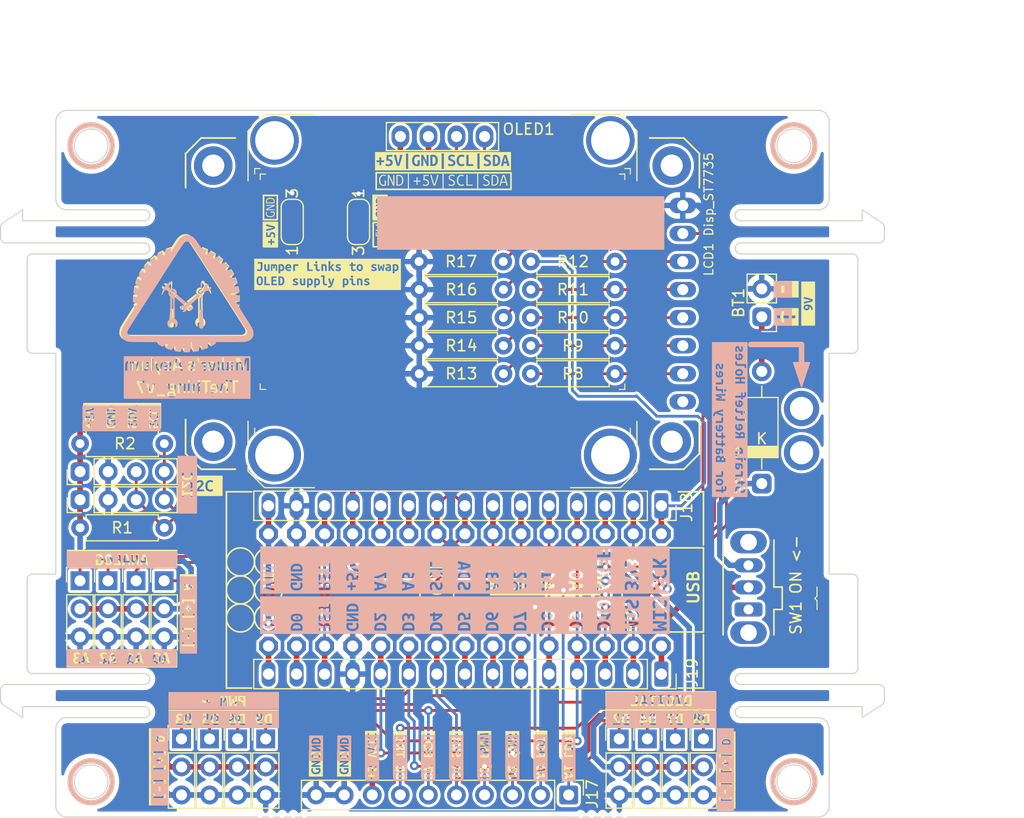
<source format=kicad_pcb>
(kicad_pcb (version 20241229) (generator "pcbnew") (generator_version "9.0")
  (title_block (title "TheThing") (date "2025-05-16") (rev "v7") (company "Maker's Asylum"))
  (layers (0 "F.Cu" signal) (2 "B.Cu" signal) (5 "F.SilkS" user "F.Silkscreen") (7 "B.SilkS" user "B.Silkscreen") (1 "F.Mask" user) (3 "B.Mask" user) (25 "Edge.Cuts" user))
  (net 0 "")
  (net 1 "/SCL")
  (net 2 "/SDA")
  (net 3 "GND")
  (net 4 "5V")
  (net 5 "/D5")
  (net 6 "/D8")
  (net 7 "D2")
  (net 8 "D4")
  (net 9 "/D9")
  (net 10 "/D10")
  (net 11 "/MOSI")
  (net 12 "/MISO")
  (net 13 "/SCK")
  (net 14 "/RST1")
  (net 15 "/D0")
  (net 16 "/D1")
  (net 17 "/A7")
  (net 18 "/A6")
  (net 19 "/A3")
  (net 20 "/A2")
  (net 21 "D7")
  (net 22 "D6")
  (net 23 "/AREF")
  (net 24 "/3V3")
  (net 25 "/VIN")
  (net 26 "/9V")
  (net 27 "/8V3")
  (net 28 "D3")
  (net 29 "A0")
  (net 30 "A1")
  (net 33 "/LCD_MOSI")
  (net 34 "/LCD_D9")
  (net 35 "/LCD_D10")
  (net 36 "/LCD_D8")
  (net 37 "/LCD_SCK")
  (net 38 "/GND_OLED")
  (net 39 "/5V_OLED")
  (footprint "kibuzzard-681D9B95" (layer "F.Cu") (at 103.1 55.5 90)
    (property "Reference" "kibuzzard-681D9B95" (hide yes))
    (property "Value" "G***" (hide yes))
  )
  (footprint "kibuzzard-681D14ED" (layer "F.Cu") (at 50.2 92.9)
    (property "Reference" "kibuzzard-681D14ED" (hide yes))
    (property "Value" "G***" (hide yes))
  )
  (footprint "BagTag:SW_CuK_OS102011MA1QN1_SPDT_Angled" (layer "F.Cu") (at 97.7 83.2 90)
    (property "Reference" "SW1")
    (property "Value" "ON")
  )
  (footprint "BagTag:PinHeader_1x04_P2.54mm_Vertical" (layer "F.Cu") (at 37.2 70.72 90)
    (property "Reference" "J1" (hide yes))
    (property "Value" "Conn_I2C" (hide yes))
  )
  (footprint "kibuzzard-682712AE" (layer "F.Cu") (at 70.05 42.6)
    (property "Reference" "kibuzzard-682712AE" (hide yes))
    (property "Value" "G***" (hide yes))
  )
  (footprint "kibuzzard-681CE6A6" (layer "F.Cu") (at 58.54 97.189 90)
    (property "Reference" "kibuzzard-681CE6A6" (hide yes))
    (property "Value" "G***" (hide yes))
  )
  (footprint "BagTag:PinHeader_1x01_P2.54mm_Vertical" (layer "F.Cu") (at 72.032 76.35 180)
    (property "Reference" "J39" (hide yes))
    (property "Value" "A4" (hide yes))
  )
  (footprint "BagTag:R_Axial_DIN0207_L6.3mm_D2.5mm_P7.62mm_Horizontal" (layer "F.Cu") (at 78 61.85)
    (property "Reference" "R8")
    (property "Value" "10k")
  )
  (footprint "BagTag:D_DO-41_SOD81_P10.16mm_Horizontal" (layer "F.Cu") (at 98.9 71.8 90)
    (property "Reference" "D1")
    (property "Value" "1N4001")
  )
  (footprint "BagTag:MouseBiteHole_0.5mm" (layer "F.Cu") (at 56.5 101.8)
    (property "Reference" "REF**" (hide yes))
    (property "Value" "MouseBiteHole_0.5mm" (hide yes))
  )
  (footprint "BagTag:PinHeader_1x01_P2.54mm_Vertical" (layer "F.Cu") (at 56.792 76.35 180)
    (property "Reference" "J48" (hide yes))
    (property "Value" "GND1" (hide yes))
  )
  (footprint "kibuzzard-681CED7D" (layer "F.Cu") (at 47 83.5 90)
    (property "Reference" "kibuzzard-681CED7D" (hide yes))
    (property "Value" "G***" (hide yes))
  )
  (footprint "BagTag:PinHeader_1x10_P2.54mm_Vertical" (layer "F.Cu") (at 81.425 100 -90)
    (property "Reference" "J17")
    (property "Value" "Conn_01x10" (hide yes))
  )
  (footprint "BagTag:PinHeader_1x03_P2.54mm_Vertical" (layer "F.Cu") (at 51.46 94.92)
    (property "Reference" "J9" (hide yes))
    (property "Value" "Conn_01x03" (hide yes))
  )
  (footprint "BagTag:R_Axial_DIN0207_L6.3mm_D2.5mm_P7.62mm_Horizontal" (layer "F.Cu") (at 75.52 59.31 180)
    (property "Reference" "R14")
    (property "Value" "20k")
  )
  (footprint "BagTag:R_Axial_DIN0207_L6.3mm_D2.5mm_P7.62mm_Horizontal" (layer "F.Cu") (at 37.2 75.8)
    (property "Reference" "R1")
    (property "Value" "10k")
  )
  (footprint "kibuzzard-681D13E1" (layer "F.Cu") (at 89.75 91.3)
    (property "Reference" "kibuzzard-681D13E1" (hide yes))
    (property "Value" "G***" (hide yes))
  )
  (footprint "BagTag:PinSocket_1x15_P2.54mm_Vertical" (layer "F.Cu") (at 89.812 73.81 -90)
    (property "Reference" "J18")
    (property "Value" "Conn_01x15" (hide yes))
  )
  (footprint "BagTag:R_Axial_DIN0207_L6.3mm_D2.5mm_P7.62mm_Horizontal" (layer "F.Cu") (at 78 54.23)
    (property "Reference" "R11")
    (property "Value" "10k")
  )
  (footprint "BagTag:PinHeader_1x03_P2.54mm_Vertical" (layer "F.Cu") (at 54 94.92)
    (property "Reference" "J10" (hide yes))
    (property "Value" "Conn_01x03" (hide yes))
  )
  (footprint "BagTag:PinHeader_1x01_P2.54mm_Vertical" (layer "F.Cu") (at 66.952 76.35 180)
    (property "Reference" "J37" (hide yes))
    (property "Value" "A6" (hide yes))
  )
  (footprint "BagTag:MouseBiteHole_0.5mm" (layer "F.Cu") (at 85.5 101.8)
    (property "Reference" "REF**" (hide yes))
    (property "Value" "MouseBiteHole_0.5mm" (hide yes))
  )
  (footprint "kibuzzard-68220AD1" (layer "F.Cu") (at 48.1 72)
    (property "Reference" "kibuzzard-68220AD1" (hide yes))
    (property "Value" "G***" (hide yes))
  )
  (footprint "kibuzzard-681CF111" (layer "F.Cu") (at 79.3 81.15)
    (property "Reference" "kibuzzard-681CF111" (hide yes))
    (property "Value" "G***" (hide yes))
  )
  (footprint "BagTag:PinHeader_1x01_P2.54mm_Vertical" (layer "F.Cu") (at 77.112 86.51 180)
    (property "Reference" "J25" (hide yes))
    (property "Value" "D7" (hide yes))
  )
  (footprint "BagTag:PinHeader_1x03_P2.54mm_Vertical" (layer "F.Cu") (at 46.38 94.92)
    (property "Reference" "J7" (hide yes))
    (property "Value" "Conn_01x03" (hide yes))
  )
  (footprint "BagTag:Disp_TFT_LCD_128x128" (layer "F.Cu") (at 70.25 55.5 180)
    (property "Reference" "LCD1")
    (property "Value" "Disp_ST7735")
  )
  (footprint "BagTag:MouseBiteHole_0.5mm" (layer "F.Cu") (at 54.5 101.8)
    (property "Reference" "REF**" (hide yes))
    (property "Value" "MouseBiteHole_0.5mm" (hide yes))
  )
  (footprint "kibuzzard-681CE705" (layer "F.Cu") (at 73.78 96.3 90)
    (property "Reference" "kibuzzard-681CE705" (hide yes))
    (property "Value" "G***" (hide yes))
  )
  (footprint "BagTag:PinHeader_1x01_P2.54mm_Vertical" (layer "F.Cu") (at 61.872 86.51 180)
    (property "Reference" "J49" (hide yes))
    (property "Value" "GND2" (hide yes))
  )
  (footprint "BagTag:kibuzzard-64612FA6" (layer "F.Cu") (at 101.4 56.7 90)
    (property "Reference" "kibuzzard-64612FA6" (hide yes))
    (property "Value" "G***" (hide yes))
  )
  (footprint "BagTag:MouseBiteHole_0.5mm" (layer "F.Cu") (at 82.5 101.8)
    (property "Reference" "REF**" (hide yes))
    (property "Value" "MouseBiteHole_0.5mm" (hide yes))
  )
  (footprint "BagTag:PinHeader_1x01_P2.54mm_Vertical" (layer "F.Cu") (at 69.492 76.35 180)
    (property "Reference" "J38" (hide yes))
    (property "Value" "A5" (hide yes))
  )
  (footprint "kibuzzard-681CE6E0" (layer "F.Cu") (at 63.62 96.3 90)
    (property "Reference" "kibuzzard-681CE6E0" (hide yes))
    (property "Value" "G***" (hide yes))
  )
  (footprint "BagTag:PinHeader_1x01_P2.54mm_Vertical" (layer "F.Cu") (at 59.332 86.51 180)
    (property "Reference" "J33" (hide yes))
    (property "Value" "RST1" (hide yes))
  )
  (footprint "BagTag:MouseBiteHole_0.5mm" (layer "F.Cu") (at 86.5 101.8)
    (property "Reference" "REF**" (hide yes))
    (property "Value" "MouseBiteHole_0.5mm" (hide yes))
  )
  (footprint "BagTag:PinHeader_1x03_P2.54mm_Vertical" (layer "F.Cu") (at 86 94.92)
    (property "Reference" "J3" (hide yes))
    (property "Value" "Conn_01x03" (hide yes))
  )
  (footprint "BagTag:PinHeader_1x01_P2.54mm_Vertical" (layer "F.Cu") (at 61.872 76.35 180)
    (property "Reference" "J46" (hide yes))
    (property "Value" "5V" (hide yes))
  )
  (footprint "BagTag:PinHeader_1x01_P2.54mm_Vertical" (layer "F.Cu") (at 64.412 86.51 180)
    (property "Reference" "J20" (hide yes))
    (property "Value" "D2" (hide yes))
  )
  (footprint "BagTag:MouseBiteHole_0.5mm" (layer "F.Cu") (at 55.5 101.8)
    (property "Reference" "REF**" (hide yes))
    (property "Value" "MouseBiteHole_0.5mm" (hide yes))
  )
  (footprint "kibuzzard-681CEDBE" (layer "F.Cu") (at 44.2 97.45 90)
    (property "Reference" "kibuzzard-681CEDBE" (hide yes))
    (property "Value" "G***" (hide yes))
  )
  (footprint "kibuzzard-681CE6EC" (layer "F.Cu") (at 68.7 96.3 90)
    (property "Reference" "kibuzzard-681CE6EC" (hide yes))
    (property "Value" "G***" (hide yes))
  )
  (footprint "BagTag:PinHeader_1x01_P2.54mm_Vertical" (layer "F.Cu") (at 56.792 86.51 180)
    (property "Reference" "J34" (hide yes))
    (property "Value" "D0" (hide yes))
  )
  (footprint "kibuzzard-681CE715" (layer "F.Cu") (at 81.4 96.3 90)
    (property "Reference" "kibuzzard-681CE715" (hide yes))
    (property "Value" "G***" (hide yes))
  )
  (footprint "BagTag:PinHeader_1x01_P2.54mm_Vertical" (layer "F.Cu") (at 74.572 76.35 180)
    (property "Reference" "J40" (hide yes))
    (property "Value" "A3" (hide yes))
  )
  (footprint "kibuzzard-6827114F" (layer "F.Cu") (at 64.376198 46.8 90)
    (property "Reference" "kibuzzard-6827114F" (hide yes))
    (property "Value" "G***" (hide yes))
  )
  (footprint "BagTag:PinHeader_1x01_P2.54mm_Vertical" (layer "F.Cu") (at 77.112 76.35 180)
    (property "Reference" "J41" (hide yes))
    (property "Value" "A2" (hide yes))
  )
  (footprint "BagTag:MountingHole_3.2mm_M3" (layer "F.Cu") (at 102.5 69)
    (property "Reference" "H2" (hide yes))
    (property "Value" "MountingHole" (hide yes))
  )
  (footprint "BagTag:PinHeader_1x01_P2.54mm_Vertical" (layer "F.Cu") (at 69.492 86.51 180)
    (property "Reference" "J22" (hide yes))
    (property "Value" "D4" (hide yes))
  )
  (footprint "BagTag:PinHeader_1x03_P2.54mm_Vertical" (layer "F.Cu") (at 44.81 80.6)
    (property "Reference" "J11" (hide yes))
    (property "Value" "Conn_01x03" (hide yes))
  )
  (footprint "BagTag:Disp_128x64OLED" (layer "F.Cu") (at 70 55.268)
    (property "Reference" "OLED1")
    (property "Value" "Disp_SSD1306")
  )
  (footprint "kibuzzard-681D14E6" (layer "F.Cu") (at 50.2 91.6)
    (property "Reference" "kibuzzard-681D14E6" (hide yes))
    (property "Value" "G***" (hide yes))
  )
  (footprint "kibuzzard-681CE70B" (layer "F.Cu") (at 76.32 96.3 90)
    (property "Reference" "kibuzzard-681CE70B" (hide yes))
    (property "Value" "G***" (hide yes))
  )
  (footprint "BagTag:kibuzzard-64612FED" (layer "F.Cu") (at 101.4 54.2 90)
    (property "Reference" "kibuzzard-64612FED" (hide yes))
    (property "Value" "G***" (hide yes))
  )
  (footprint "BagTag:MouseBiteHole_0.5mm" (layer "F.Cu") (at 57.5 101.8)
    (property "Reference" "REF**" (hide yes))
    (property "Value" "MouseBiteHole_0.5mm" (hide yes))
  )
  (footprint "BagTag:PinHeader_1x01_P2.54mm_Vertical" (layer "F.Cu") (at 84.732 76.35 180)
    (property "Reference" "J44" (hide yes))
    (property "Value" "AREF" (hide yes))
  )
  (footprint "BagTag:MouseBiteHole_0.5mm" (layer "F.Cu") (at 83.5 101.8)
    (property "Reference" "REF**" (hide yes))
    (property "Value" "MouseBiteHole_0.5mm" (hide yes))
  )
  (footprint "BagTag:PinSocket_1x15_P2.54mm_Vertical" (layer "F.Cu") (at 89.812 89.05 -90)
    (property "Reference" "J19")
    (property "Value" "Conn_01x15" (hide yes))
  )
  (footprint "BagTag:PinHeader_1x01_P2.54mm_Vertical" (layer "F.Cu") (at 64.412 76.35 180)
    (property "Reference" "J36" (hide yes))
    (property "Value" "A7" (hide yes))
  )
  (footprint "BagTag:R_Axial_DIN0207_L6.3mm_D2.5mm_P7.62mm_Horizontal" (layer "F.Cu") (at 75.52 54.23 180)
    (property "Reference" "R16")
    (property "Value" "20k")
  )
  (footprint "kibuzzard-681CE6D9" (layer "F.Cu") (at 61.09 97.189 90)
    (property "Reference" "kibuzzard-681CE6D9" (hide yes))
    (property "Value" "G***" (hide yes))
  )
  (footprint "kibuzzard-681CEE16" (layer "F.Cu") (at 95.75 97.75 90)
    (property "Reference" "kibuzzard-681CEE16" (hide yes))
    (property "Value" "G***" (hide yes))
  )
  (footprint "BagTag:R_Axial_DIN0207_L6.3mm_D2.5mm_P7.62mm_Horizontal" (layer "F.Cu") (at 75.5 51.69 180)
    (property "Reference" "R17")
    (property "Value" "20k")
  )
  (footprint "kibuzzard-682711E3" (layer "F.Cu") (at 54.45 49.25 90)
    (property "Reference" "kibuzzard-682711E3" (hide yes))
    (property "Value" "G***" (hide yes))
  )
  (footprint "kibuzzard-68271661" (layer "F.Cu") (at 59.6 52.85)
    (property "Reference" "kibuzzard-68271661" (hide yes))
    (property "Value" "G***" (hide yes))
  )
  (footprint "BagTag:PinHeader_1x01_P2.54mm_Vertical" (layer "F.Cu") (at 74.572 86.51 180)
    (property "Reference" "J24" (hide yes))
    (property "Value" "D6" (hide yes))
  )
  (footprint "BagTag:MouseBiteHole_0.5mm" (layer "F.Cu") (at 53.5 101.8)
    (property "Reference" "REF**" (hide yes))
    (property "Value" "MouseBiteHole_0.5mm" (hide yes))
  )
  (footprint "BagTag:PinHeader_1x01_P2.54mm_Vertical" (layer "F.Cu") (at 89.812 86.51 180)
    (property "Reference" "J30" (hide yes))
    (property "Value" "D12" (hide yes))
  )
  (footprint "BagTag:PinHeader_1x03_P2.54mm_Vertical" (layer "F.Cu") (at 37.19 80.6)
    (property "Reference" "J14" (hide yes))
    (property "Value" "Conn_01x03" (hide yes))
  )
  (footprint "BagTag:PinHeader_1x01_P2.54mm_Vertical" (layer "F.Cu") (at 79.652 76.35 180)
    (property "Reference" "J42" (hide yes))
    (property "Value" "A1" (hide yes))
  )
  (footprint "kibuzzard-681CE6E6" (layer "F.Cu") (at 66.16 96.3 90)
    (property "Reference" "kibuzzard-681CE6E6" (hide yes))
    (property "Value" "G***" (hide yes))
  )
  (footprint "BagTag:R_Axial_DIN0207_L6.3mm_D2.5mm_P7.62mm_Horizontal" (layer "F.Cu") (at 78 56.77)
    (property "Reference" "R10")
    (property "Value" "10k")
  )
  (footprint "BagTag:PinHeader_1x01_P2.54mm_Vertical" (layer "F.Cu") (at 84.732 86.51 180)
    (property "Reference" "J28" (hide yes))
    (property "Value" "D10" (hide yes))
  )
  (footprint "kibuzzard-681D13E9" (layer "F.Cu") (at 89.75 92.8)
    (property "Reference" "kibuzzard-681D13E9" (hide yes))
    (property "Value" "G***" (hide yes))
  )
  (footprint "BagTag:PinHeader_1x01_P2.54mm_Vertical" (layer "F.Cu") (at 54.252 76.35 180)
    (property "Reference" "J45" (hide yes))
    (property "Value" "VIN" (hide yes))
  )
  (footprint "kibuzzard-681D1419" (layer "F.Cu") (at 41 87.75)
    (property "Reference" "kibuzzard-681D1419" (hide yes))
    (property "Value" "G***" (hide yes))
  )
  (footprint "BagTag:PinHeader_1x01_P2.54mm_Vertical" (layer "F.Cu") (at 79.652 86.51 180)
    (property "Reference" "J26" (hide yes))
    (property "Value" "D8" (hide yes))
  )
  (footprint "BagTag:PinHeader_1x01_P2.54mm_Vertical" (layer "F.Cu") (at 59.332 76.35 180)
    (property "Reference" "J32" (hide yes))
    (property "Value" "RST1" (hide yes))
  )
  (footprint "BagTag:PinHeader_1x01_P2.54mm_Vertical" (layer "F.Cu") (at 89.812 76.35 180)
    (property "Reference" "J31" (hide yes))
    (property "Value" "D13" (hide yes))
  )
  (footprint "BagTag:PinHeader_1x03_P2.54mm_Vertical" (layer "F.Cu") (at 39.73 80.6)
    (property "Reference" "J13" (hide yes))
    (property "Value" "Conn_01x03" (hide yes))
  )
  (footprint "BagTag:PinHeader_1x01_P2.54mm_Vertical" (layer "F.Cu") (at 87.272 86.51 180)
    (property "Reference" "J29" (hide yes))
    (property "Value" "D11" (hide yes))
  )
  (footprint "kibuzzard-681CE6FF" (layer "F.Cu") (at 71.24 96.3 90)
    (property "Reference" "kibuzzard-681CE6FF" (hide yes))
    (property "Value" "G***" (hide yes))
  )
  (footprint "BagTag:R_Axial_DIN0207_L6.3mm_D2.5mm_P7.62mm_Horizontal" (layer "F.Cu") (at 78 51.69)
    (property "Reference" "R12")
    (property "Value" "10k")
  )
  (footprint "BagTag:R_Axial_DIN0207_L6.3mm_D2.5mm_P7.62mm_Horizontal" (layer "F.Cu") (at 75.52 56.77 180)
    (property "Reference" "R15")
    (property "Value" "20k")
  )
  (footprint "kibuzzard-681CE710" (layer "F.Cu") (at 78.86 96.3 90)
    (property "Reference" "kibuzzard-681CE710" (hide yes))
    (property "Value" "G***" (hide yes))
  )
  (footprint "BagTag:R_Axial_DIN0207_L6.3mm_D2.5mm_P7.62mm_Horizontal" (layer "F.Cu") (at 75.52 61.85 180)
    (property "Reference" "R13")
    (property "Value" "20k")
  )
  (footprint "kibuzzard-681CEF1C" (layer "F.Cu") (at 41.01 65.65 90)
    (property "Reference" "kibuzzard-681CEF1C" (hide yes))
    (property "Value" "G***" (hide yes))
  )
  (footprint "BagTag:PinHeader_1x03_P2.54mm_Vertical" (layer "F.Cu") (at 88.54 94.92)
    (property "Reference" "J4" (hide yes))
    (property "Value" "Conn_01x03" (hide yes))
  )
  (footprint "BagTag:PinHeader_1x01_P2.54mm_Vertical" (layer "F.Cu") (at 82.192 76.35 180)
    (property "Reference" "J43" (hide yes))
    (property "Value" "A0" (hide yes))
  )
  (footprint "BagTag:PinHeader_1x01_P2.54mm_Vertical" (layer "F.Cu") (at 54.252 86.51 180)
    (property "Reference" "J35" (hide yes))
    (property "Value" "D1" (hide yes))
  )
  (footprint "BagTag:PinHeader_1x01_P2.54mm_Vertical" (layer "F.Cu") (at 82.192 86.51 180)
    (property "Reference" "J27" (hide yes))
    (property "Value" "D9" (hide yes))
  )
  (footprint "BagTag:MA_logo_12mmx10mm" (layer "F.Cu") (at 46.75 54.5)
    (property "Reference" "G***" (hide yes))
    (property "Value" "LOGO" (hide yes))
  )
  (footprint "BagTag:R_Axial_DIN0207_L6.3mm_D2.5mm_P7.62mm_Horizontal" (layer "F.Cu") (at 37.2 68.18)
    (property "Reference" "R2")
    (property "Value" "10k")
  )
  (footprint "BagTag:MountingHole_3.2mm_M3" (layer "F.Cu") (at 102.5 65)
    (property "Reference" "H1" (hide yes))
    (property "Value" "MountingHole" (hide yes))
  )
  (footprint "BagTag:PinHeader_1x03_P2.54mm_Vertical" (layer "F.Cu") (at 48.92 94.92)
    (property "Reference" "J8" (hide yes))
    (property "Value" "Conn_01x03" (hide yes))
  )
  (footprint "BagTag:MouseBiteHole_0.5mm" (layer "F.Cu") (at 84.5 101.8)
    (property "Reference" "REF**" (hide yes))
    (property "Value" "MouseBiteHole_0.5mm" (hide yes))
  )
  (footprint "BagTag:PinHeader_1x02_P2.54mm_Vertical" (layer "F.Cu") (at 98.9 56.7 180)
    (property "Reference" "BT1")
    (property "Value" "Bat")
  )
  (footprint "BagTag:PinHeader_1x01_P2.54mm_Vertical" (layer "F.Cu") (at 66.952 86.51 180)
    (property "Reference" "J21" (hide yes))
    (property "Value" "D3" (hide yes))
  )
  (footprint "BagTag:R_Axial_DIN0207_L6.3mm_D2.5mm_P7.62mm_Horizontal" (layer "F.Cu") (at 78 59.31)
    (property "Reference" "R9")
    (property "Value" "10k")
  )
  (footprint "BagTag:PinHeader_1x03_P2.54mm_Vertical" (layer "F.Cu") (at 91.08 94.92)
    (property "Reference" "J5" (hide yes))
    (property "Value" "Conn_01x03" (hide yes))
  )
  (footprint "BagTag:SolderJumper-3_P1.3mm_Bridged2Bar12_RoundedPad1.0x1.5mm_NumberLabels" (layer "F.Cu") (at 62.4 48.1 -90)
    (property "Reference" "NT6" (hide yes))
    (property "Value" "NetTie_3" (hide yes))
  )
  (footprint "kibuzzard-681D1422" (layer "F.Cu") (at 41 78.5)
    (property "Reference" "kibuzzard-681D1422" (hide yes))
    (property "Value" "G***" (hide yes))
  )
  (footprint "BagTag:PinHeader_1x03_P2.54mm_Vertical" (layer "F.Cu") (at 42.27 80.6)
    (property "Reference" "J12" (hide yes))
    (property "Value" "Conn_01x03" (hide yes))
  )
  (footprint "BagTag:SolderJumper-3_P1.3mm_Bridged2Bar12_RoundedPad1.0x1.5mm_NumberLabels" (layer "F.Cu") (at 56.4 48.1 90)
    (property "Reference" "NT5" (hide yes))
    (property "Value" "NetTie_3" (hide yes))
  )
  (footprint "BagTag:PinHeader_1x01_P2.54mm_Vertical" (layer "F.Cu") (at 87.272 76.35 180)
    (property "Reference" "J47" (hide yes))
    (property "Value" "3V3" (hide yes))
  )
  (footprint "BagTag:PinHeader_1x04_P2.54mm_Vertical" (layer "F.Cu") (at 37.2 73.26 90)
    (property "Reference" "J2" (hide yes))
    (property "Value" "Conn_I2C" (hide yes))
  )
  (footprint "BagTag:PinHeader_1x01_P2.54mm_Vertical" (layer "F.Cu") (at 72.032 86.51 180)
    (property "Reference" "J23" (hide yes))
    (property "Value" "D5" (hide yes))
  )
  (footprint "BagTag:PinHeader_1x03_P2.54mm_Vertical" (layer "F.Cu") (at 93.62 94.92)
    (property "Reference" "J6" (hide yes))
    (property "Value" "Conn_01x03" (hide yes))
  )
  (footprint "kibuzzard-681CE6D9" (layer "B.Cu") (at 61.11 95.761 90)
    (property "Reference" "kibuzzard-681CE6D9" (hide yes))
    (property "Value" "G***" (hide yes))
  )
  (footprint "kibuzzard-67A20238" (layer "B.Cu") (at 89.8 91.45 180)
    (property "Reference" "kibuzzard-67A20238" (hide yes))
    (property "Value" "G***" (hide yes))
  )
  (footprint "kibuzzard-67A20214" (layer "B.Cu") (at 50.2 93.15 180)
    (property "Reference" "kibuzzard-67A20214" (hide yes))
    (property "Value" "G***" (hide yes))
  )
  (footprint "kibuzzard-67A20268" (layer "B.Cu") (at 40.95 87.6 180)
    (property "Reference" "kibuzzard-67A20268" (hide yes))
    (property "Value" "G***" (hide yes))
  )
  (footprint "kibuzzard-681CE6E6" (layer "B.Cu") (at 66.18 96.65 90)
    (property "Reference" "kibuzzard-681CE6E6" (hide yes))
    (property "Value" "G***" (hide yes))
  )
  (footprint "kibuzzard-681CE6FF" (layer "B.Cu") (at 71.26 96.65 90)
    (property "Reference" "kibuzzard-681CE6FF" (hide yes))
    (property "Value" "G***" (hide yes))
  )
  (footprint "BagTag:kibuzzard-64612FA6" (layer "B.Cu") (at 100.8 56.7 90)
    (property "Reference" "kibuzzard-64612FA6" (hide yes))
    (property "Value" "G***" (hide yes))
  )
  (footprint "kibuzzard-681CE6E0" (layer "B.Cu") (at 63.64 96.65 90)
    (property "Reference" "kibuzzard-681CE6E0" (hide yes))
    (property "Value" "G***" (hide yes))
  )
  (footprint "kibuzzard-681CE715" (layer "B.Cu") (at 81.42 96.65 90)
    (property "Reference" "kibuzzard-681CE715" (hide yes))
    (property "Value" "G***" (hide yes))
  )
  (footprint "kibuzzard-67A11942" (layer "B.Cu") (at 40.95 65.9 90)
    (property "Reference" "kibuzzard-67A11942" (hide yes))
    (property "Value" "G***" (hide yes))
  )
  (footprint "kibuzzard-681CE710" (layer "B.Cu") (at 78.88 96.65 90)
    (property "Reference" "kibuzzard-681CE710" (hide yes))
    (property "Value" "G***" (hide yes))
  )
  (footprint "kibuzzard-681D00EA" (layer "B.Cu") (at 95.6 97.7 90)
    (property "Reference" "kibuzzard-681D00EA" (hide yes))
    (property "Value" "G***" (hide yes))
  )
  (footprint "kibuzzard-681D0107" (layer "B.Cu") (at 44.4 97.45 90)
    (property "Reference" "kibuzzard-681D0107" (hide yes))
    (property "Value" "G***" (hide yes))
  )
  (footprint "kibuzzard-67A201FA" (layer "B.Cu") (at 50.2 91.45 180)
    (property "Reference" "kibuzzard-67A201FA" (hide yes))
    (property "Value" "G***" (hide yes))
  )
  (footprint "BagTag:kibuzzard-64612FED" (layer "B.Cu") (at 100.8 54.2 90)
    (property "Reference" "kibuzzard-64612FED" (hide yes))
    (property "Value" "G***" (hide yes))
  )
  (footprint "BagTag:kibuzzard-66412AF8" (layer "B.Cu") (at 96 66 90)
    (property "Reference" "kibuzzard-66412AF8" (hide yes))
    (property "Value" "G***" (hide yes))
  )
  (footprint "kibuzzard-67A20273" (layer "B.Cu") (at 41 78.7 180)
    (property "Reference" "kibuzzard-67A20273" (hide yes))
    (property "Value" "G***" (hide yes))
  )
  (footprint "kibuzzard-681CE6EC" (layer "B.Cu") (at 68.72 96.65 90)
    (property "Reference" "kibuzzard-681CE6EC" (hide yes))
    (property "Value" "G***" (hide yes))
  )
  (footprint "BagTag:MA_logo_12mmx10mm" (layer "B.Cu") (at 46.9 54.6 180)
    (property "Reference" "G***" (hide yes))
    (property "Value" "LOGO" (hide yes))
  )
  (footprint "kibuzzard-681D0124" (layer "B.Cu") (at 47 83.7 90)
    (property "Reference" "kibuzzard-681D0124" (hide yes))
    (property "Value" "G***" (hide yes))
  )
  (footprint "kibuzzard-681CE6A6" (layer "B.Cu") (at 58.56 95.761 90)
    (property "Reference" "kibuzzard-681CE6A6" (hide yes))
    (property "Value" "G***" (hide yes))
  )
  (footprint "kibuzzard-681CE70B" (layer "B.Cu") (at 76.34 96.65 90)
    (property "Reference" "kibuzzard-681CE70B" (hide yes))
    (property "Value" "G***" (hide yes))
  )
  (footprint "BagTag:kibuzzard-6640C3B8" (layer "B.Cu") (at 46.9 71.9 90)
    (property "Reference" "kibuzzard-6640C3B8" (hide yes))
    (property "Value" "G***" (hide yes))
  )
  (footprint "kibuzzard-67A2022B" (layer "B.Cu") (at 89.8 93.15 180)
    (property "Reference" "kibuzzard-67A2022B" (hide yes))
    (property "Value" "G***" (hide yes))
  )
  (footprint "BagTag:kibuzzard-6461377A" (layer "B.Cu") (at 72.032 83.716 90)
    (property "Reference" "kibuzzard-6461377A" (hide yes))
    (property "Value" "G***" (hide yes))
  )
  (footprint "BagTag:kibuzzard-6461376B" (layer "B.Cu") (at 72.032 79.6266 90)
    (property "Reference" "kibuzzard-6461376B" (hide yes))
    (property "Value" "G***" (hide yes))
  )
  (footprint "kibuzzard-681CE705" (layer "B.Cu") (at 73.8 96.65 90)
    (property "Reference" "kibuzzard-681CE705" (hide yes))
    (property "Value" "G***" (hide yes))
  )
  (gr_circle (center 69.492 80.922) (end 70.381 80.922) (stroke (width 0.15)) (fill no) (layer "F.SilkS"))
  (gr_line (start 93.622 72.54) (end 93.622 77.366) (stroke (width 0.15)) (layer "F.SilkS"))
  (gr_rect (start 64 43.65) (end 76.2 45.15) (stroke (width 0.15)) (fill no) (layer "F.SilkS"))
  (gr_circle (center 51.712 83.97) (end 51.712 82.7) (stroke (width 0.15)) (fill no) (layer "F.SilkS"))
  (gr_line (start 86.764 77.62) (end 93.622 77.62) (stroke (width 0.15)) (layer "F.SilkS"))
  (gr_line (start 93.622 85.24) (end 86.764 85.24) (stroke (width 0.15)) (layer "F.SilkS"))
  (gr_line (start 93.622 90.32) (end 93.622 85.494) (stroke (width 0.15)) (layer "F.SilkS"))
  (gr_line (start 86.256 83.462) (end 86.256 79.398) (stroke (width 0.15)) (layer "F.SilkS"))
  (gr_circle (center 38.2 41.2) (end 36.295 41.2) (stroke (width 0.4572)) (fill no) (layer "F.SilkS"))
  (gr_line (start 93.622 77.62) (end 93.622 85.24) (stroke (width 0.15)) (layer "F.SilkS"))
  (gr_line (start 86.764 85.24) (end 86.764 83.462) (stroke (width 0.15)) (layer "F.SilkS"))
  (gr_line (start 86.764 83.462) (end 86.256 83.462) (stroke (width 0.15)) (layer "F.SilkS"))
  (gr_line (start 50.442 90.32) (end 52.728 90.32) (stroke (width 0.15)) (layer "F.SilkS"))
  (gr_circle (center 51.712 78.89) (end 52.982 78.89) (stroke (width 0.15)) (fill no) (layer "F.SilkS"))
  (gr_circle (center 54.252 83.97) (end 52.982 83.97) (stroke (width 0.15)) (fill no) (layer "F.SilkS"))
  (gr_circle (center 101.8 41.2) (end 99.895 41.2) (stroke (width 0.4572)) (fill no) (layer "F.SilkS"))
  (gr_rect (start 63.726198 48.15) (end 64.973802 50.35) (stroke (width 0.15)) (fill no) (layer "F.SilkS"))
  (gr_line (start 86.256 79.398) (end 86.764 79.398) (stroke (width 0.15)) (layer "F.SilkS"))
  (gr_circle (center 38.2 98.8) (end 36.295 98.8) (stroke (width 0.4572)) (fill no) (layer "F.SilkS"))
  (gr_rect (start 67.968 79.398) (end 71.016 82.446) (stroke (width 0.15)) (fill no) (layer "F.SilkS"))
  (gr_rect (start 63.726198 45.7) (end 64.973802 47.9) (stroke (width 0.15)) (fill no) (layer "F.SilkS"))
  (gr_circle (center 51.712 81.43) (end 52.982 81.43) (stroke (width 0.15)) (fill no) (layer "F.SilkS"))
  (gr_line (start 50.442 72.54) (end 50.442 90.32) (stroke (width 0.15)) (layer "F.SilkS"))
  (gr_line (start 52.728 72.54) (end 50.442 72.54) (stroke (width 0.15)) (layer "F.SilkS"))
  (gr_circle (center 54.252 81.43) (end 54.252 80.16) (stroke (width 0.15)) (fill no) (layer "F.SilkS"))
  (gr_line (start 86.764 79.398) (end 86.764 77.62) (stroke (width 0.15)) (layer "F.SilkS"))
  (gr_rect (start 53.8 45.7) (end 55.047604 47.9) (stroke (width 0.15)) (fill no) (layer "F.SilkS"))
  (gr_line (start 91.336 90.32) (end 93.622 90.32) (stroke (width 0.15)) (layer "F.SilkS"))
  (gr_circle (center 101.8 98.8) (end 99.890771 98.8) (stroke (width 0.4572)) (fill no) (layer "F.SilkS"))
  (gr_rect (start 53.8 48.15) (end 55.047604 50.35) (stroke (width 0.15)) (fill no) (layer "F.SilkS"))
  (gr_circle (center 54.252 78.89) (end 52.982 78.89) (stroke (width 0.15)) (fill no) (layer "F.SilkS"))
  (gr_line (start 91.336 72.54) (end 93.622 72.54) (stroke (width 0.15)) (layer "F.SilkS"))
  (gr_line (start 102.5 59.2) (end 97.9 59.2) (stroke (width 0.5)) (layer "B.SilkS"))
  (gr_circle (center 101.8 41.2) (end 103.705 41.2) (stroke (width 0.4572)) (fill no) (layer "B.SilkS"))
  (gr_poly (pts (xy 102.5 63) (xy 101.78158 60.844738) (xy 103.21842 60.844738)) (stroke (width 0.127)) (fill yes) (layer "B.SilkS"))
  (gr_circle (center 101.8 98.8) (end 103.705 98.8) (stroke (width 0.4572)) (fill no) (layer "B.SilkS"))
  (gr_circle (center 38.2 98.8) (end 40.105 98.8) (stroke (width 0.4572)) (fill no) (layer "B.SilkS"))
  (gr_circle (center 38.2 41.2) (end 40.105 41.2) (stroke (width 0.4572)) (fill no) (layer "B.SilkS"))
  (gr_rect (start 64.158 45.8505) (end 90.006 50.5495) (stroke (width 0.15)) (fill yes) (layer "B.SilkS"))
  (gr_line (start 102.5 59.2) (end 102.5 60.844739) (stroke (width 0.5)) (layer "B.SilkS"))
  (gr_arc (start 32.4 80.5) (mid 32.546447 80.146447) (end 32.9 80) (stroke (width 0.1)) (layer "Edge.Cuts"))
  (gr_circle (center 38.2 41.2) (end 36.676 41.2) (stroke (width 0.1)) (fill no) (layer "Edge.Cuts"))
  (gr_arc (start 105 101) (mid 104.707107 101.707107) (end 104 102) (stroke (width 0.1)) (layer "Edge.Cuts"))
  (gr_arc (start 36 102) (mid 35.292893 101.707107) (end 35 101) (stroke (width 0.1)) (layer "Edge.Cuts"))
  (gr_line (start 35 92) (end 43 92) (stroke (width 0.1)) (layer "Edge.Cuts"))
  (gr_line (start 110 48.6) (end 110 49.5) (stroke (width 0.1)) (layer "Edge.Cuts"))
  (gr_arc (start 43 89) (mid 43.5 89.5) (end 43 90) (stroke (width 0.1)) (layer "Edge.Cuts"))
  (gr_line (start 30.5 50) (end 32.4 50) (stroke (width 0.1)) (layer "Edge.Cuts"))
  (gr_line (start 53 102) (end 36 102) (stroke (width 0.1)) (layer "Edge.Cuts"))
  (gr_line (start 105 92) (end 108 92) (stroke (width 0.1)) (layer "Edge.Cuts"))
  (gr_arc (start 107.1 51) (mid 107.453553 51.146447) (end 107.6 51.5) (stroke (width 0.1)) (layer "Edge.Cuts"))
  (gr_line (start 35 80) (end 32.9 80) (stroke (width 0.1)) (layer "Edge.Cuts"))
  (gr_arc (start 97 48) (mid 96.5 47.5) (end 97 47) (stroke (width 0.1)) (layer "Edge.Cuts"))
  (gr_line (start 36 38) (end 104 38) (stroke (width 0.1)) (layer "Edge.Cuts"))
  (gr_line (start 32.9 60) (end 35 60) (stroke (width 0.1)) (layer "Edge.Cuts"))
  (gr_line (start 105 48) (end 108 48) (stroke (width 0.1)) (layer "Edge.Cuts"))
  (gr_line (start 105 90) (end 97 90) (stroke (width 0.1)) (layer "Edge.Cuts"))
  (gr_line (start 108 48) (end 108 47) (stroke (width 0.1)) (layer "Edge.Cuts"))
  (gr_arc (start 107.6 59.5) (mid 107.453553 59.853553) (end 107.1 60) (stroke (width 0.1)) (layer "Edge.Cuts"))
  (gr_line (start 35 39) (end 35 46) (stroke (width 0.1)) (layer "Edge.Cuts"))
  (gr_line (start 32.4 50) (end 35 50) (stroke (width 0.1)) (layer "Edge.Cuts"))
  (gr_line (start 97 51) (end 107.1 51) (stroke (width 0.1)) (layer "Edge.Cuts"))
  (gr_line (start 58 102) (end 53 102) (stroke (width 0.1)) (layer "Edge.Cuts"))
  (gr_line (start 30 48.6) (end 30 49.5) (stroke (width 0.1)) (layer "Edge.Cuts"))
  (gr_arc (start 43 50) (mid 43.5 50.5) (end 43 51) (stroke (width 0.1)) (layer "Edge.Cuts"))
  (gr_circle (center 101.8 41.2) (end 100.276 41.2) (stroke (width 0.1)) (fill no) (layer "Edge.Cuts"))
  (gr_line (start 109.8 48.2) (end 108 47) (stroke (width 0.1)) (layer "Edge.Cuts"))
  (gr_arc (start 30.2 91.8) (mid 30.052786 91.623607) (end 30 91.4) (stroke (width 0.1)) (layer "Edge.Cuts"))
  (gr_line (start 30 91.4) (end 30 90.5) (stroke (width 0.1)) (layer "Edge.Cuts"))
  (gr_arc (start 30 48.6) (mid 30.052786 48.376393) (end 30.2 48.2) (stroke (width 0.1)) (layer "Edge.Cuts"))
  (gr_line (start 107.6 50) (end 105 50) (stroke (width 0.1)) (layer "Edge.Cuts"))
  (gr_line (start 107.6 59.5) (end 107.6 51.5) (stroke (width 0.1)) (layer "Edge.Cuts"))
  (gr_line (start 107.1 80) (end 105 80) (stroke (width 0.1)) (layer "Edge.Cuts"))
  (gr_line (start 109.8 91.8) (end 108 93) (stroke (width 0.1)) (layer "Edge.Cuts"))
  (gr_arc (start 110 91.4) (mid 109.947214 91.623607) (end 109.8 91.8) (stroke (width 0.1)) (layer "Edge.Cuts"))
  (gr_line (start 43 47) (end 36 47) (stroke (width 0.1)) (layer "Edge.Cuts"))
  (gr_line (start 32.4 90) (end 35 90) (stroke (width 0.1)) (layer "Edge.Cuts"))
  (gr_line (start 43 51) (end 32.9 51) (stroke (width 0.1)) (layer "Edge.Cuts"))
  (gr_line (start 110 91.4) (end 110 90.5) (stroke (width 0.1)) (layer "Edge.Cuts"))
  (gr_arc (start 43 92) (mid 43.5 92.5) (end 43 93) (stroke (width 0.1)) (layer "Edge.Cuts"))
  (gr_arc (start 36 47) (mid 35.292893 46.707107) (end 35 46) (stroke (width 0.1)) (layer "Edge.Cuts"))
  (gr_arc (start 32.9 60) (mid 32.546447 59.853553) (end 32.4 59.5) (stroke (width 0.1)) (layer "Edge.Cuts"))
  (gr_arc (start 104 93) (mid 104.707107 93.292893) (end 105 94) (stroke (width 0.1)) (layer "Edge.Cuts"))
  (gr_line (start 109.5 50) (end 107.6 50) (stroke (width 0.1)) (layer "Edge.Cuts"))
  (gr_line (start 43 89) (end 32.9 89) (stroke (width 0.1)) (layer "Edge.Cuts"))
  (gr_line (start 35 92) (end 32 92) (stroke (width 0.1)) (layer "Edge.Cuts"))
  (gr_line (start 97 47) (end 104 47) (stroke (width 0.1)) (layer "Edge.Cuts"))
  (gr_line (start 105 46) (end 105 39) (stroke (width 0.1)) (layer "Edge.Cuts"))
  (gr_arc (start 105 46) (mid 104.707107 46.707107) (end 104 47) (stroke (width 0.1)) (layer "Edge.Cuts"))
  (gr_line (start 35 90) (end 43 90) (stroke (width 0.1)) (layer "Edge.Cuts"))
  (gr_line (start 30.2 48.2) (end 32 47) (stroke (width 0.1)) (layer "Edge.Cuts"))
  (gr_arc (start 107.1 80) (mid 107.453553 80.146447) (end 107.6 80.5) (stroke (width 0.1)) (layer "Edge.Cuts"))
  (gr_line (start 30.5 90) (end 32.4 90) (stroke (width 0.1)) (layer "Edge.Cuts"))
  (gr_arc (start 107.6 88.5) (mid 107.453553 88.853553) (end 107.1 89) (stroke (width 0.1)) (layer "Edge.Cuts"))
  (gr_line (start 35 50) (end 43 50) (stroke (width 0.1)) (layer "Edge.Cuts"))
  (gr_arc (start 110 49.5) (mid 109.853553 49.853553) (end 109.5 50) (stroke (width 0.1)) (layer "Edge.Cuts"))
  (gr_arc (start 32.4 51.5) (mid 32.546447 51.146447) (end 32.9 51) (stroke (width 0.1)) (layer "Edge.Cuts"))
  (gr_line (start 105 101) (end 105 94) (stroke (width 0.1)) (layer "Edge.Cuts"))
  (gr_arc (start 97 90) (mid 96.5 89.5) (end 97 89) (stroke (width 0.1)) (layer "Edge.Cuts"))
  (gr_line (start 105 50) (end 97 50) (stroke (width 0.1)) (layer "Edge.Cuts"))
  (gr_line (start 35 48) (end 32 48) (stroke (width 0.1)) (layer "Edge.Cuts"))
  (gr_circle (center 101.8 98.8) (end 100.276 98.8) (stroke (width 0.1)) (fill no) (layer "Edge.Cuts"))
  (gr_line (start 43 93) (end 36 93) (stroke (width 0.1)) (layer "Edge.Cuts"))
  (gr_line (start 82 102) (end 58 102) (stroke (width 0.1)) (layer "Edge.Cuts"))
  (gr_line (start 87 102) (end 104 102) (stroke (width 0.1)) (layer "Edge.Cuts"))
  (gr_arc (start 30.5 50) (mid 30.146447 49.853553) (end 30 49.5) (stroke (width 0.1)) (layer "Edge.Cuts"))
  (gr_line (start 107.6 88.5) (end 107.6 80.5) (stroke (width 0.1)) (layer "Edge.Cuts"))
  (gr_line (start 105 48) (end 97 48) (stroke (width 0.1)) (layer "Edge.Cuts"))
  (gr_arc (start 109.8 48.2) (mid 109.947214 48.376393) (end 110 48.6) (stroke (width 0.1)) (layer "Edge.Cuts"))
  (gr_line (start 97 89) (end 107.1 89) (stroke (width 0.1)) (layer "Edge.Cuts"))
  (gr_line (start 105 80) (end 105 60) (stroke (width 0.1)) (layer "Edge.Cuts"))
  (gr_arc (start 109.5 90) (mid 109.853553 90.146447) (end 110 90.5) (stroke (width 0.1)) (layer "Edge.Cuts"))
  (gr_arc (start 97 51) (mid 96.5 50.5) (end 97 50) (stroke (width 0.1)) (layer "Edge.Cuts"))
  (gr_line (start 97 93) (end 104 93) (stroke (width 0.1)) (layer "Edge.Cuts"))
  (gr_line (start 32 48) (end 32 47) (stroke (width 0.1)) (layer "Edge.Cuts"))
  (gr_line (start 32 92) (end 32 93) (stroke (width 0.1)) (layer "Edge.Cuts"))
  (gr_line (start 108 92) (end 108 93) (stroke (width 0.1)) (layer "Edge.Cuts"))
  (gr_arc (start 35 39) (mid 35.292893 38.292893) (end 36 38) (stroke (width 0.1)) (layer "Edge.Cuts"))
  (gr_line (start 30.2 91.8) (end 32 93) (stroke (width 0.1)) (layer "Edge.Cuts"))
  (gr_line (start 35 60) (end 35 80) (stroke (width 0.1)) (layer "Edge.Cuts"))
  (gr_line (start 82 102) (end 87 102) (stroke (width 0.1)) (layer "Edge.Cuts"))
  (gr_arc (start 35 94) (mid 35.292893 93.292893) (end 36 93) (stroke (width 0.1)) (layer "Edge.Cuts"))
  (gr_line (start 105 60) (end 107.1 60) (stroke (width 0.1)) (layer "Edge.Cuts"))
  (gr_line (start 109.5 90) (end 107.6 90) (stroke (width 0.1)) (layer "Edge.Cuts"))
  (gr_arc (start 32.9 89) (mid 32.546447 88.853553) (end 32.4 88.5) (stroke (width 0.1)) (layer "Edge.Cuts"))
  (gr_line (start 35 94) (end 35 101) (stroke (width 0.1)) (layer "Edge.Cuts"))
  (gr_arc (start 97 93) (mid 96.5 92.5) (end 97 92) (stroke (width 0.1)) (layer "Edge.Cuts"))
  (gr_circle (center 38.2 98.8) (end 36.676 98.8) (stroke (width 0.1)) (fill no) (layer "Edge.Cuts"))
  (gr_line (start 32.4 80.5) (end 32.4 88.5) (stroke (width 0.1)) (layer "Edge.Cuts"))
  (gr_arc (start 30 90.5) (mid 30.146447 90.146447) (end 30.5 90) (stroke (width 0.1)) (layer "Edge.Cuts"))
  (gr_line (start 32.4 51.5) (end 32.4 59.5) (stroke (width 0.1)) (layer "Edge.Cuts"))
  (gr_arc (start 43 47) (mid 43.5 47.5) (end 43 48) (stroke (width 0.1)) (layer "Edge.Cuts"))
  (gr_line (start 105 92) (end 97 92) (stroke (width 0.1)) (layer "Edge.Cuts"))
  (gr_line (start 35 48) (end 43 48) (stroke (width 0.1)) (layer "Edge.Cuts"))
  (gr_line (start 107.6 90) (end 105 90) (stroke (width 0.1)) (layer "Edge.Cuts"))
  (gr_arc (start 104 38) (mid 104.707107 38.292893) (end 105 39) (stroke (width 0.1)) (layer "Edge.Cuts"))
  (gr_text "Maker's Asylum\nTheThing_v7" (at 46.8 63.6 0) (layer "F.SilkS" knockout) (effects (font (size 1.1 1.1)) (justify bottom)))
  (gr_text "+5V" (at 64.4 49.25 90) (layer "F.SilkS") (effects (font (size 0.8 0.8))))
  (gr_text "GND" (at 54.47 46.8 90) (layer "F.SilkS") (effects (font (size 0.8 0.8))))
  (gr_text "GND|+5V|SCL|SDA" (at 70.05 44.4 0) (layer "F.SilkS") (effects (font (size 1 1) (thickness 0.125))))
  (gr_text "USB" (at 93.3 81.2 90) (layer "F.SilkS") (effects (font (size 1 1) (thickness 0.2) (bold yes)) (justify bottom)))
  (gr_text "Maker's Asylum\nTheThing_v7" (at 46.9 63.8 0) (layer "B.SilkS" knockout) (effects (font (size 1.2 1.2)) (justify bottom mirror)))
  (segment (start 72.275 67.075) (end 70.45 68.9) (width 0.254) (layer "F.Cu") (net 1))
  (segment (start 52.367 80.242) (end 49.4 77.275) (width 0.254) (layer "F.Cu") (net 1))
  (segment (start 72.275 42.575) (end 72.275 67.075) (width 0.254) (layer "F.Cu") (net 1))
  (segment (start 70.542 78.78958) (end 69.08958 80.242) (width 0.254) (layer "F.Cu") (net 1))
  (segment (start 49.4 77.275) (end 49.4 75.4) (width 0.254) (layer "F.Cu") (net 1))
  (segment (start 71.27 40.368) (end 71.27 41.57) (width 0.254) (layer "F.Cu") (net 1))
  (segment (start 69.492 76.35) (end 70.542 77.4) (width 0.254) (layer "F.Cu") (net 1))
  (segment (start 70.45 68.9) (end 70.45 72.852) (width 0.254) (layer "F.Cu") (net 1))
  (segment (start 48.29 74.29) (end 45.85 74.29) (width 0.254) (layer "F.Cu") (net 1))
  (segment (start 69.08958 80.242) (end 52.367 80.242) (width 0.254) (layer "F.Cu") (net 1))
  (segment (start 49.4 75.4) (end 48.29 74.29) (width 0.254) (layer "F.Cu") (net 1))
  (segment (start 44.82 70.72) (end 44.82 73.26) (width 0.254) (layer "F.Cu") (net 1))
  (segment (start 69.492 76.35) (end 69.492 73.81) (width 0.508) (layer "F.Cu") (net 1))
  (segment (start 44.82 68.18) (end 44.82 70.72) (width 0.254) (layer "F.Cu") (net 1))
  (segment (start 71.27 41.57) (end 72.275 42.575) (width 0.254) (layer "F.Cu") (net 1))
  (segment (start 70.542 77.4) (end 70.542 78.78958) (width 0.254) (layer "F.Cu") (net 1))
  (segment (start 70.45 72.852) (end 69.492 73.81) (width 0.254) (layer "F.Cu") (net 1))
  (segment (start 45.85 74.29) (end 44.82 73.26) (width 0.254) (layer "F.Cu") (net 1))
  (segment (start 48.05 74.8) (end 45.82 74.8) (width 0.254) (layer "F.Cu") (net 2))
  (segment (start 73.81 41.59) (end 72.8 42.6) (width 0.254) (layer "F.Cu") (net 2))
  (segment (start 48.85 75.6) (end 48.05 74.8) (width 0.254) (layer "F.Cu") (net 2))
  (segment (start 72.032 76.35) (end 72.032 73.81) (width 0.508) (layer "F.Cu") (net 2))
  (segment (start 71.05 72.828) (end 72.032 73.81) (width 0.254) (layer "F.Cu") (net 2))
  (segment (start 69.3 80.75) (end 52.125 80.75) (width 0.254) (layer "F.Cu") (net 2))
  (segment (start 73.81 40.368) (end 73.81 41.59) (width 0.254) (layer "F.Cu") (net 2))
  (segment (start 72.032 76.35) (end 71.05 77.332) (width 0.254) (layer "F.Cu") (net 2))
  (segment (start 44.82 75.8) (end 42.28 73.26) (width 0.254) (layer "F.Cu") (net 2))
  (segment (start 48.85 77.475) (end 48.85 75.6) (width 0.254) (layer "F.Cu") (net 2))
  (segment (start 71.05 77.332) (end 71.05 79) (width 0.254) (layer "F.Cu") (net 2))
  (segment (start 71.05 69.05) (end 71.05 72.828) (width 0.254) (layer "F.Cu") (net 2))
  (segment (start 72.8 67.3) (end 71.05 69.05) (width 0.254) (layer "F.Cu") (net 2))
  (segment (start 52.125 80.75) (end 48.85 77.475) (width 0.254) (layer "F.Cu") (net 2))
  (segment (start 72.8 42.6) (end 72.8 67.3) (width 0.254) (layer "F.Cu") (net 2))
  (segment (start 42.28 70.72) (end 42.28 73.26) (width 0.254) (layer "F.Cu") (net 2))
  (segment (start 45.82 74.8) (end 44.82 75.8) (width 0.254) (layer "F.Cu") (net 2))
  (segment (start 71.05 79) (end 69.3 80.75) (width 0.254) (layer "F.Cu") (net 2))
  (segment (start 62.4 46.8) (end 62.4 45.55) (width 0.508) (layer "F.Cu") (net 3))
  (segment (start 56.4 46.8) (end 56.4 45.5) (width 0.508) (layer "F.Cu") (net 3))
  (via (at 56.4 45.5) (size 0.8) (drill 0.4) (layers "F.Cu" "B.Cu") (net 3))
  (via (at 62.4 45.55) (size 0.8) (drill 0.4) (layers "F.Cu" "B.Cu") (net 3))
  (segment (start 44.65 92.5) (end 44.65 99.35) (width 0.508) (layer "B.Cu") (net 3))
  (segment (start 45.3 100) (end 46.38 100) (width 0.508) (layer "B.Cu") (net 3))
  (segment (start 67.9 61.85) (end 67.9 69.6) (width 0.508) (layer "B.Cu") (net 3))
  (segment (start 39.73 85.68) (end 37.19 85.68) (width 0.508) (layer "B.Cu") (net 3))
  (segment (start 42.27 85.68) (end 39.73 85.68) (width 0.508) (layer "B.Cu") (net 3))
  (segment (start 93.62 100) (end 91.08 100) (width 0.508) (layer "B.Cu") (net 3))
  (segment (start 61.872 93.828) (end 61.872 89.05) (width 0.508) (layer "B.Cu") (net 3))
  (segment (start 47.5 77.55) (end 40.7 77.55) (width 0.508) (layer "B.Cu") (net 3))
  (segment (start 93.11 46.61) (end 91.75 46.61) (width 0.508) (layer "B.Cu") (net 3))
  (segment (start 40.7 77.55) (end 39.74 76.59) (width 0.508) (layer "B.Cu") (net 3))
  (segment (start 91.08 100) (end 88.54 100) (width 0.508) (layer "B.Cu") (net 3))
  (segment (start 48.7 85.7) (end 48.7 88.45) (width 0.508) (layer "B.Cu") (net 3))
  (segment (start 95.85 94.175) (end 95.85 99) (width 0.508) (layer "B.Cu") (net 3))
  (segment (start 93.7 92.025) (end 95.85 94.175) (width 0.508) (layer "B.Cu") (net 3))
  (segment (start 39.74 70.72) (end 39.74 64.28) (width 0.508) (layer "B.Cu") (net 3))
  (segment (start 93.7 73.4) (end 93.7 92.025) (width 0.508) (layer "B.Cu") (net 3))
  (segment (start 39.73 64.27) (end 42.15 61.85) (width 0.508) (layer "B.Cu") (net 3))
  (segment (start 56.792 76.35) (end 56.792 73.81) (width 0.508) (layer "B.Cu") (net 3))
  (segment (start 48.92 100) (end 51.46 100) (width 0.508) (layer "B.Cu") (net 3))
  (segment (start 44.81 85.68) (end 42.27 85.68) (width 0.508) (layer "B.Cu") (net 3))
  (segment (start 95.4 54.16) (end 94.17 52.93) (width 0.508) (layer "B.Cu") (net 3))
  (segment (start 48.68 85.68) (end 48.7 85.7) (width 0.508) (layer "B.Cu") (net 3))
  (segment (start 61.872 89.05) (end 61.872 86.51) (width 0.508) (layer "B.Cu") (net 3))
  (segment (start 67.9 56.77) (end 67.9 54.23) (width 0.508) (layer "B.Cu") (net 3))
  (segment (start 48.7 85.7) (end 48.7 78.75) (width 0.508) (layer "B.Cu") (net 3))
  (segment (start 44.81 85.68) (end 48.68 85.68) (width 0.508) (layer "B.Cu") (net 3))
  (segment (start 39.74 76.59) (end 39.74 73.26) (width 0.508) (layer "B.Cu") (net 3))
  (segment (start 51.46 100) (end 54 100) (width 0.508) (layer "B.Cu") (net 3))
  (segment (start 42.15 61.85) (end 67.9 61.85) (width 0.508) (layer "B.Cu") (net 3))
  (segment (start 94.17 52.93) (end 94.17 47.67) (width 0.508) (layer "B.Cu") (net 3))
  (segment (start 94.85 100) (end 93.62 100) (width 0.508) (layer "B.Cu") (net 3))
  (segment (start 98.9 54.16) (end 95.4 54.16) (width 0.508) (layer "B.Cu") (net 3))
  (segment (start 54 100) (end 58.565 100) (width 0.508) (layer "B.Cu") (net 3))
  (segment (start 67.9 51.71) (end 67.88 51.69) (width 0.508) (layer "B.Cu") (net 3))
  (segment (start 67.9 59.31) (end 67.9 56.77) (width 0.508) (layer "B.Cu") (net 3))
  (segment (start 48.7 78.75) (end 47.5 77.55) (width 0.508) (layer "B.Cu") (net 3))
  (segment (start 88.54 100) (end 86 100) (width 0.508) (layer "B.Cu") (net 3))
  (segment (start 95.4 54.16) (end 95.4 71.7) (width 0.508) (layer "B.Cu") (net 3))
  (segment (start 48.7 88.45) (end 44.65 92.5) (width 0.508) (layer "B.Cu") (net 3))
  (segment (start 61.105 94.595) (end 61.872 93.828) (width 0.508) (layer "B.Cu") (net 3))
  (segment (start 39.74 73.26) (end 39.74 70.72) (width 0.508) (layer "B.Cu") (net 3))
  (segment (start 94.17 47.67) (end 93.11 46.61) (width 0.508) (layer "B.Cu") (net 3))
  (segment (start 46.38 100) (end 48.92 100) (width 0.508) (layer "B.Cu") (net 3))
  (segment (start 67.9 69.6) (end 65.95 71.55) (width 0.508) (layer "B.Cu") (net 3))
  (segment (start 65.95 71.55) (end 57.45 71.55) (width 0.508) (layer "B.Cu") (net 3))
  (segment (start 61.105 100) (end 61.105 94.595) (width 0.508) (layer "B.Cu") (net 3))
  (segment (start 44.65 99.35) (end 45.3 100) (width 0.508) (layer "B.Cu") (net 3))
  (segment (start 58.565 100) (end 61.105 100) (width 0.508) (layer "B.Cu") (net 3))
  (segment (start 95.85 99) (end 94.85 100) (width 0.508) (layer "B.Cu") (net 3))
  (segment (start 39.74 64.28) (end 39.73 64.27) (width 0.508) (layer "B.Cu") (net 3))
  (segment (start 57.45 71.55) (end 56.792 72.208) (width 0.508) (layer "B.Cu") (net 3))
  (segment (start 67.9 61.85) (end 67.9 59.31) (width 0.508) (layer "B.Cu") (net 3))
  (segment (start 67.9 54.23) (end 67.9 51.71) (width 0.508) (layer "B.Cu") (net 3))
  (segment (start 95.4 71.7) (end 93.7 73.4) (width 0.508) (layer "B.Cu") (net 3))
  (segment (start 56.792 72.208) (end 56.792 73.81) (width 0.508) (layer "B.Cu") (net 3))
  (segment (start 37.2 65.9) (end 38.175 64.925) (width 0.508) (layer "F.Cu") (net 4))
  (segment (start 59.4 56.4) (end 59.4 49.4) (width 0.508) (layer "F.Cu") (net 4))
  (segment (start 46.38 97.46) (end 45.36 97.46) (width 0.508) (layer "F.Cu") (net 4))
  (segment (start 44.65 96.75) (end 44.65 93.5) (width 0.508) (layer "F.Cu") (net 4))
  (segment (start 61.872 76.35) (end 61.872 73.81) (width 0.508) (layer "F.Cu") (net 4))
  (segment (start 51.46 97.46) (end 54 97.46) (width 0.508) (layer "F.Cu") (net 4))
  (segment (start 88.54 97.46) (end 86 97.46) (width 0.508) (layer "F.Cu") (net 4))
  (segment (start 37.2 70.72) (end 37.2 73.26) (width 0.508) (layer "F.Cu") (net 4))
  (segment (start 37.19 83.14) (end 39.73 83.14) (width 0.508) (layer "F.Cu") (net 4))
  (segment (start 54 97.46) (end 62.46 97.46) (width 0.508) (layer "F.Cu") (net 4))
  (segment (start 48.92 97.46) (end 51.46 97.46) (width 0.508) (layer "F.Cu") (net 4))
  (segment (start 46.34 83.14) (end 44.81 83.14) (width 0.508) (layer "F.Cu") (net 4))
  (segment (start 37.2 68.18) (end 37.2 65.9) (width 0.508) (layer "F.Cu") (net 4))
  (segment (start 61.872 64.947) (end 61.85 64.925) (width 0.508) (layer "F.Cu") (net 4))
  (segment (start 61.85 58.85) (end 59.4 56.4) (width 0.508) (layer "F.Cu") (net 4))
  (segment (start 39.73 83.14) (end 42.27 83.14) (width 0.508) (layer "F.Cu") (net 4))
  (segment (start 56.4 49.4) (end 59.4 49.4) (width 0.508) (layer "F.Cu") (net 4))
  (segment (start 61.872 73.81) (end 61.872 64.947) (width 0.508) (layer "F.Cu") (net 4))
  (segment (start 59.4 49.4) (end 62.4 49.4) (width 0.508) (layer "F.Cu") (net 4))
  (segment (start 47.35 84.15) (end 46.34 83.14) (width 0.508) (layer "F.Cu") (net 4))
  (segment (start 93.62 97.46) (end 91.08 97.46) (width 0.508) (layer "F.Cu") (net 4))
  (segment (start 91.08 97.46) (end 88.54 97.46) (width 0.508) (layer "F.Cu") (net 4))
  (segment (start 38.175 64.925) (end 61.85 64.925) (width 0.508) (layer "F.Cu") (net 4))
  (segment (start 63.645 98.645) (end 62.46 97.46) (width 0.508) (layer "F.Cu") (net 4))
  (segment (start 45.36 97.46) (end 44.65 96.75) (width 0.508) (layer "F.Cu") (net 4))
  (segment (start 47.35 90.8) (end 47.35 84.15) (width 0.508) (layer "F.Cu") (net 4))
  (segment (start 37.2 68.18) (end 37.2 70.72) (width 0.508) (layer "F.Cu") (net 4))
  (segment (start 44.65 93.5) (end 47.35 90.8) (width 0.508) (layer "F.Cu") (net 4))
  (segment (start 42.27 83.14) (end 44.81 83.14) (width 0.508) (layer "F.Cu") (net 4))
  (segment (start 63.645 100) (end 63.645 98.645) (width 0.508) (layer "F.Cu") (net 4))
  (segment (start 46.38 97.46) (end 48.92 97.46) (width 0.508) (layer "F.Cu") (net 4))
  (segment (start 37.2 73.26) (end 37.2 75.8) (width 0.508) (layer "F.Cu") (net 4))
  (segment (start 61.85 64.925) (end 61.85 58.85) (width 0.508) (layer "F.Cu") (net 4))
  (segment (start 79.4 80.1) (end 62.75 80.1) (width 0.508) (layer "B.Cu") (net 4))
  (segment (start 83.65 96.475) (end 83.65 93.65) (width 0.508) (layer "B.Cu") (net 4))
  (segment (start 92.325 84.825) (end 85.75 78.25) (width 0.508) (layer "B.Cu") (net 4))
  (segment (start 85.75 78.25) (end 81.25 78.25) (width 0.508) (layer "B.Cu") (net 4))
  (segment (start 86 97.46) (end 84.635 97.46) (width 0.508) (layer "B.Cu") (net 4))
  (segment (start 61.872 79.222) (end 61.872 76.35) (width 0.508) (layer "B.Cu") (net 4))
  (segment (start 62.75 80.1) (end 61.872 79.222) (width 0.508) (layer "B.Cu") (net 4))
  (segment (start 83.65 93.65) (end 84.675 92.625) (width 0.508) (layer "B.Cu") (net 4))
  (segment (start 91.325 92.625) (end 92.325 91.625) (width 0.508) (layer "B.Cu") (net 4))
  (segment (start 47.25 79.5) (end 46.45 78.7) (width 0.508) (layer "B.Cu") (net 4))
  (segment (start 46.26 83.14) (end 47.25 82.15) (width 0.508) (layer "B.Cu") (net 4))
  (segment (start 46.45 78.7) (end 38 78.7) (width 0.508) (layer "B.Cu") (net 4))
  (segment (start 37.2 77.9) (end 37.2 75.8) (width 0.508) (layer "B.Cu") (net 4))
  (segment (start 47.25 82.15) (end 47.25 79.5) (width 0.508) (layer "B.Cu") (net 4))
  (segment (start 84.675 92.625) (end 91.325 92.625) (width 0.508) (layer "B.Cu") (net 4))
  (segment (start 38 78.7) (end 37.2 77.9) (width 0.508) (layer "B.Cu") (net 4))
  (segment (start 92.325 91.625) (end 92.325 84.825) (width 0.508) (layer "B.Cu") (net 4))
  (segment (start 81.25 78.25) (end 79.4 80.1) (width 0.508) (layer "B.Cu") (net 4))
  (segment (start 84.635 97.46) (end 83.65 96.475) (width 0.508) (layer "B.Cu") (net 4))
  (segment (start 44.81 83.14) (end 46.26 83.14) (width 0.508) (layer "B.Cu") (net 4))
  (segment (start 72.032 90.468) (end 71.5 91) (width 0.254) (layer "F.Cu") (net 5))
  (segment (start 48.92 93.78) (end 48.92 94.92) (width 0.254) (layer "F.Cu") (net 5))
  (segment (start 50.9 91.8) (end 48.92 93.78) (width 0.254) (layer "F.Cu") (net 5))
  (segment (start 68.4 91) (end 67.6 91.8) (width 0.254) (layer "F.Cu") (net 5))
  (segment (start 72.032 89.05) (end 72.032 90.468) (width 0.254) (layer "F.Cu") (net 5))
  (segment (start 72.032 89.05) (end 72.032 86.51) (width 0.508) (layer "F.Cu") (net 5))
  (segment (start 71.5 91) (end 68.4 91) (width 0.254) (layer "F.Cu") (net 5))
  (segment (start 67.6 91.8) (end 50.9 91.8) (width 0.254) (layer "F.Cu") (net 5))
  (segment (start 79.652 91.002) (end 80.25 91.6) (width 0.254) (layer "F.Cu") (net 6))
  (segment (start 93.62 93.82) (end 93.62 94.92) (width 0.254) (layer "F.Cu") (net 6))
  (segment (start 94.1 61.275) (end 94.1 74.975) (width 0.254) (layer "F.Cu") (net 6))
  (segment (start 83.085 59.31) (end 84.375 60.6) (width 0.254) (layer "F.Cu") (net 6))
  (segment (start 89.725 79.35) (end 84.75 79.35) (width 0.254) (layer "F.Cu") (net 6))
  (segment (start 79.652 89.05) (end 79.652 91.002) (width 0.254) (layer "F.Cu") (net 6))
  (segment (start 78 59.31) (end 83.085 59.31) (width 0.254) (layer "F.Cu") (net 6))
  (segment (start 91.4 91.6) (end 93.62 93.82) (width 0.254) (layer "F.Cu") (net 6))
  (segment (start 84.375 60.6) (end 93.425 60.6) (width 0.254) (layer "F.Cu") (net 6))
  (segment (start 79.652 86.51) (end 79.652 89.05) (width 0.508) (layer "F.Cu") (net 6))
  (segment (start 93.425 60.6) (end 94.1 61.275) (width 0.254) (layer "F.Cu") (net 6))
  (segment (start 94.1 74.975) (end 89.725 79.35) (width 0.254) (layer "F.Cu") (net 6))
  (segment (start 80.25 91.6) (end 91.4 91.6) (width 0.254) (layer "F.Cu") (net 6))
  (via (at 84.75 79.35) (size 0.8) (drill 0.4) (layers "F.Cu" "B.Cu") (net 6))
  (segment (start 79.652 80.998) (end 79.652 86.51) (width 0.254) (layer "B.Cu") (net 6))
  (segment (start 84.75 79.35) (end 81.3 79.35) (width 0.254) (layer "B.Cu") (net 6))
  (segment (start 81.3 79.35) (end 79.652 80.998) (width 0.254) (layer "B.Cu") (net 6))
  (segment (start 64.412 86.51) (end 64.412 89.05) (width 0.508) (layer "F.Cu") (net 7))
  (segment (start 86 93.75) (end 85.5 93.25) (width 0.254) (layer "F.Cu") (net 7))
  (segment (start 83.8 96.2) (end 82.3 97.7) (width 0.254) (layer "F.Cu") (net 7))
  (segment (start 76.345 98.655) (end 76.345 100) (width 0.254) (layer "F.Cu") (net 7))
  (segment (start 77.3 97.7) (end 76.345 98.655) (width 0.254) (layer "F.Cu") (net 7))
  (segment (start 83.8 93.8) (end 83.8 96.2) (width 0.254) (layer "F.Cu") (net 7))
  (segment (start 85.5 93.25) (end 84.35 93.25) (width 0.254) (layer "F.Cu") (net 7))
  (segment (start 64.425 96.2) (end 76.345 96.2) (width 0.254) (layer "F.Cu") (net 7))
  (segment (start 82.3 97.7) (end 77.3 97.7) (width 0.254) (layer "F.Cu") (net 7))
  (segment (start 84.35 93.25) (end 83.8 93.8) (width 0.254) (layer "F.Cu") (net 7))
  (segment (start 86 94.92) (end 86 93.75) (width 0.254) (layer "F.Cu") (net 7))
  (via (at 64.425 96.2) (size 0.8) (drill 0.4) (layers "F.Cu" "B.Cu") (net 7))
  (via (at 76.345 96.2) (size 0.8) (drill 0.4) (layers "F.Cu" "B.Cu") (net 7))
  (segment (start 64.425 96.2) (end 64.425 89.063) (width 0.254) (layer "B.Cu") (net 7))
  (segment (start 76.345 96.2) (end 76.345 100) (width 0.254) (layer "B.Cu") (net 7))
  (segment (start 64.425 89.063) (end 64.412 89.05) (width 0.254) (layer "B.Cu") (net 7))
  (segment (start 83.25 96) (end 82.1 97.15) (width 0.254) (layer "F.Cu") (net 8))
  (segment (start 88.54 93.74) (end 87.5 92.7) (width 0.254) (layer "F.Cu") (net 8))
  (segment (start 77.075 97.15) (end 75.875 98.35) (width 0.254) (layer "F.Cu") (net 8))
  (segment (start 82.1 97.15) (end 77.075 97.15) (width 0.254) (layer "F.Cu") (net 8))
  (segment (start 69.492 86.51) (end 69.492 89.05) (width 0.508) (layer "F.Cu") (net 8))
  (segment (start 83.25 93.6) (end 83.25 96) (width 0.254) (layer "F.Cu") (net 8))
  (segment (start 87.5 92.7) (end 84.15 92.7) (width 0.254) (layer "F.Cu") (net 8))
  (segment (start 71.265 98.8) (end 71.265 100) (width 0.254) (layer "F.Cu") (net 8))
  (segment (start 88.54 94.92) (end 88.54 93.74) (width 0.254) (layer "F.Cu") (net 8))
  (segment (start 75.875 98.35) (end 71.715 98.35) (width 0.254) (layer "F.Cu") (net 8))
  (segment (start 71.715 98.35) (end 71.265 98.8) (width 0.254) (layer "F.Cu") (net 8))
  (segment (start 84.15 92.7) (end 83.25 93.6) (width 0.254) (layer "F.Cu") (net 8))
  (segment (start 69.492 90.992) (end 69.492 89.05) (width 0.254) (layer "B.Cu") (net 8))
  (segment (start 71.265 100) (end 71.265 92.765) (width 0.254) (layer "B.Cu") (net 8))
  (segment (start 71.265 92.765) (end 69.492 90.992) (width 0.254) (layer "B.Cu") (net 8))
  (segment (start 54.85 92.9) (end 54 93.75) (width 0.254) (layer "F.Cu") (net 9))
  (segment (start 82.192 89.05) (end 82.192 86.51) (width 0.508) (layer "F.Cu") (net 9))
  (segment (start 54 93.75) (end 54 94.92) (width 0.254) (layer "F.Cu") (net 9))
  (segment (start 78 56.77) (end 83.12 56.77) (width 0.254) (layer "F.Cu") (net 9))
  (segment (start 93.875 58.05) (end 94.625 58.8) (width 0.254) (layer "F.Cu") (net 9))
  (segment (start 84.4 58.05) (end 93.875 58.05) (width 0.254) (layer "F.Cu") (net 9))
  (segment (start 94.625 58.8) (end 94.625 75.175) (width 0.254) (layer "F.Cu") (net 9))
  (segment (start 89.2 80.6) (end 84.75 80.6) (width 0.254) (layer "F.Cu") (net 9))
  (segment (start 94.625 75.175) (end 89.2 80.6) (width 0.254) (layer "F.Cu") (net 9))
  (segment (start 63.3 92.9) (end 54.85 92.9) (width 0.254) (layer "F.Cu") (net 9))
  (segment (start 82.192 95.1) (end 65.5 95.1) (width 0.254) (layer "F.Cu") (net 9))
  (segment (start 65.5 95.1) (end 63.3 92.9) (width 0.254) (layer "F.Cu") (net 9))
  (segment (start 83.12 56.77) (end 84.4 58.05) (width 0.254) (layer "F.Cu") (net 9))
  (via (at 82.192 95.1) (size 0.8) (drill 0.4) (layers "F.Cu" "B.Cu") (net 9))
  (via (at 84.75 80.6) (size 0.8) (drill 0.4) (layers "F.Cu" "B.Cu") (net 9))
  (segment (start 84.75 80.6) (end 83.5 80.6) (width 0.254) (layer "B.Cu") (net 9))
  (segment (start 82.192 95.1) (end 82.192 89.05) (width 0.254) (layer "B.Cu") (net 9))
  (segment (start 82.192 81.908) (end 82.192 86.51) (width 0.254) (layer "B.Cu") (net 9))
  (segment (start 83.5 80.6) (end 82.192 81.908) (width 0.254) (layer "B.Cu") (net 9))
  (segment (start 89.975 78.375) (end 84.175 78.375) (width 0.254) (layer "F.Cu") (net 10))
  (segment (start 93.575 74.775) (end 89.975 78.375) (width 0.254) (layer "F.Cu") (net 10))
  (segment (start 83.625 78.925) (end 83.625 81.4) (width 0.254) (layer "F.Cu") (net 10))
  (segment (start 92.9 63.125) (end 93.575 63.8) (width 0.254) (layer "F.Cu") (net 10))
  (segment (start 84.075 81.85) (end 84.75 81.85) (width 0.254) (layer "F.Cu") (net 10))
  (segment (start 78 61.85) (end 82.9 61.85) (width 0.254) (layer "F.Cu") (net 10))
  (segment (start 84.732 86.51) (end 84.732 89.05) (width 0.508) (layer "F.Cu") (net 10))
  (segment (start 83.625 81.4) (end 84.075 81.85) (width 0.254) (layer "F.Cu") (net 10))
  (segment (start 84.175 63.125) (end 92.9 63.125) (width 0.254) (layer "F.Cu") (net 10))
  (segment (start 82.9 61.85) (end 84.175 63.125) (width 0.254) (layer "F.Cu") (net 10))
  (segment (start 93.575 63.8) (end 93.575 74.775) (width 0.254) (layer "F.Cu") (net 10))
  (segment (start 84.175 78.375) (end 83.625 78.925) (width 0.254) (layer "F.Cu") (net 10))
  (via (at 84.75 81.85) (size 0.8) (drill 0.4) (layers "F.Cu" "B.Cu") (net 10))
  (segment (start 83.75 82.2) (end 83.75 83.725) (width 0.254) (layer "B.Cu") (net 10))
  (segment (start 84.732 84.707) (end 84.732 86.51) (width 0.254) (layer "B.Cu") (net 10))
  (segment (start 84.75 81.85) (end 84.1 81.85) (width 0.254) (layer "B.Cu") (net 10))
  (segment (start 84.1 81.85) (end 83.75 82.2) (width 0.254) (layer "B.Cu") (net 10))
  (segment (start 83.75 83.725) (end 84.732 84.707) (width 0.254) (layer "B.Cu") (net 10))
  (segment (start 83.105 54.23) (end 84.375 55.5) (width 0.254) (layer "F.Cu") (net 11))
  (segment (start 87.272 89.05) (end 87.272 86.51) (width 0.508) (layer "F.Cu") (net 11))
  (segment (start 84.375 55.5) (end 94.325 55.5) (width 0.254) (layer "F.Cu") (net 11))
  (segment (start 87.525 83) (end 84.75 83) (width 0.254) (layer "F.Cu") (net 11))
  (segment (start 95.15 56.325) (end 95.15 75.375) (width 0.254) (layer "F.Cu") (net 11))
  (segment (start 95.15 75.375) (end 87.525 83) (width 0.254) (layer "F.Cu") (net 11))
  (segment (start 94.325 55.5) (end 95.15 56.325) (width 0.254) (layer "F.Cu") (net 11))
  (segment (start 78 54.23) (end 83.105 54.23) (width 0.254) (layer "F.Cu") (net 11))
  (via (at 84.75 83) (size 0.8) (drill 0.4) (layers "F.Cu" "B.Cu") (net 11))
  (segment (start 87.272 83.722) (end 86.75 83.2) (width 0.254) (layer "B.Cu") (net 11))
  (segment (start 87.272 86.51) (end 87.272 83.722) (width 0.254) (layer "B.Cu") (net 11))
  (segment (start 86.75 83.2) (end 86.55 83) (width 0.254) (layer "B.Cu") (net 11))
  (segment (start 86.55 83) (end 84.75 83) (width 0.254) (layer "B.Cu") (net 11))
  (segment (start 89.812 86.51) (end 89.812 89.05) (width 0.508) (layer "F.Cu") (net 12))
  (segment (start 89.812 76.35) (end 89.812 73.81) (width 0.508) (layer "F.Cu") (net 13))
  (segment (start 93.1 65.7) (end 93.75 66.35) (width 0.254) (layer "B.Cu") (net 13))
  (segment (start 91.64 73.81) (end 89.812 73.81) (width 0.254) (layer "B.Cu") (net 13))
  (segment (start 81.75 52.55) (end 81.75 63.35) (width 0.254) (layer "B.Cu") (net 13))
  (segment (start 89.4 65.7) (end 93.1 65.7) (width 0.254) (layer "B.Cu") (net 13))
  (segment (start 81.75 63.35) (end 82.3 63.9) (width 0.254) (layer "B.Cu") (net 13))
  (segment (start 82.3 63.9) (end 87.5 63.9) (width 0.254) (layer "B.Cu") (net 13))
  (segment (start 80.89 51.69) (end 81.75 52.55) (width 0.254) (layer "B.Cu") (net 13))
  (segment (start 93.75 71.7) (end 91.64 73.81) (width 0.254) (layer "B.Cu") (net 13))
  (segment (start 87.55 63.85) (end 89.4 65.7) (width 0.254) (layer "B.Cu") (net 13))
  (segment (start 87.5 63.9) (end 87.55 63.85) (width 0.254) (layer "B.Cu") (net 13))
  (segment (start 93.75 66.35) (end 93.75 71.7) (width 0.254) (layer "B.Cu") (net 13))
  (segment (start 78 51.69) (end 80.89 51.69) (width 0.254) (layer "B.Cu") (net 13))
  (segment (start 59.332 76.35) (end 59.332 73.81) (width 0.508) (layer "F.Cu") (net 14))
  (segment (start 59.332 86.51) (end 59.332 89.05) (width 0.508) (layer "F.Cu") (net 14))
  (segment (start 59.332 86.51) (end 59.332 76.35) (width 0.254) (layer "B.Cu") (net 14))
  (segment (start 56.792 89.05) (end 56.792 86.51) (width 0.508) (layer "F.Cu") (net 15))
  (segment (start 54.252 86.51) (end 54.252 89.05) (width 0.508) (layer "F.Cu") (net 16))
  (segment (start 64.412 76.35) (end 64.412 73.81) (width 0.508) (layer "F.Cu") (net 17))
  (segment (start 66.952 76.35) (end 66.952 73.81) (width 0.508) (layer "F.Cu") (net 18))
  (segment (start 48.45 77.85) (end 37.7 77.85) (width 0.254) (layer "F.Cu") (net 19))
  (segment (start 37.19 78.36) (end 37.19 80.6) (width 0.254) (layer "F.Cu") (net 19))
  (segment (start 51.95 81.35) (end 48.45 77.85) (width 0.254) (layer "F.Cu") (net 19))
  (segment (start 74.572 76.35) (end 74.572 79.178) (width 0.254) (layer "F.Cu") (net 19))
  (segment (start 74.572 76.35) (end 74.572 73.81) (width 0.508) (layer "F.Cu") (net 19))
  (segment (start 74.572 79.178) (end 72.4 81.35) (width 0.254) (layer "F.Cu") (net 19))
  (segment (start 72.4 81.35) (end 51.95 81.35) (width 0.254) (layer "F.Cu") (net 19))
  (segment (start 37.7 77.85) (end 37.19 78.36) (width 0.254) (layer "F.Cu") (net 19))
  (segment (start 48.28158 78.4) (end 40.3 78.4) (width 0.254) (layer "F.Cu") (net 20))
  (segment (start 51.78158 81.9) (end 48.28158 78.4) (width 0.254) (layer "F.Cu") (net 20))
  (segment (start 77.112 78.988) (end 74.2 81.9) (width 0.254) (layer "F.Cu") (net 20))
  (segment (start 77.112 76.35) (end 77.112 78.988) (width 0.254) (layer "F.Cu") (net 20))
  (segment (start 39.73 78.97) (end 39.73 80.6) (width 0.254) (layer "F.Cu") (net 20))
  (segment (start 77.112 73.81) (end 77.112 76.35) (width 0.508) (layer "F.Cu") (net 20))
  (segment (start 40.3 78.4) (end 39.73 78.97) (width 0.254) (layer "F.Cu") (net 20))
  (segment (start 74.2 81.9) (end 51.78158 81.9) (width 0.254) (layer "F.Cu") (net 20))
  (segment (start 91.08 93.78) (end 91.08 94.92) (width 0.254) (layer "F.Cu") (net 21))
  (segment (start 89.45 92.15) (end 91.08 93.78) (width 0.254) (layer "F.Cu") (net 21))
  (segment (start 77.112 93.938) (end 77.1 93.95) (width 0.254) (layer "F.Cu") (net 21))
  (segment (start 66.175 93.95) (end 77.1 93.95) (width 0.254) (layer "F.Cu") (net 21))
  (segment (start 77.112 89.05) (end 77.112 86.51) (width 0.508) (layer "F.Cu") (net 21))
  (segment (start 77.1 93.95) (end 82.15 93.95) (width 0.254) (layer "F.Cu") (net 21))
  (segment (start 77.112 89.05) (end 77.112 93.938) (width 0.254) (layer "F.Cu") (net 21))
  (segment (start 82.15 93.95) (end 83.95 92.15) (width 0.254) (layer "F.Cu") (net 21))
  (segment (start 83.95 92.15) (end 89.45 92.15) (width 0.254) (layer "F.Cu") (net 21))
  (via (at 66.175 93.95) (size 0.8) (drill 0.4) (layers "F.Cu" "B.Cu") (net 21))
  (segment (start 66.175 99.99) (end 66.185 100) (width 0.254) (layer "B.Cu") (net 21))
  (segment (start 66.175 93.95) (end 66.175 99.99) (width 0.254) (layer "B.Cu") (net 21))
  (segment (start 68.375 92.35) (end 52.91 92.35) (width 0.254) (layer "F.Cu") (net 22))
  (segment (start 74.572 86.51) (end 74.572 89.05) (width 0.508) (layer "F.Cu") (net 22))
  (segment (start 52.91 92.35) (end 51.46 93.8) (width 0.254) (layer "F.Cu") (net 22))
  (segment (start 68.375 92.35) (end 74 92.35) (width 0.254) (layer "F.Cu") (net 22))
  (segment (start 74 92.35) (end 74.572 91.778) (width 0.254) (layer "F.Cu") (net 22))
  (segment (start 51.46 93.8) (end 51.46 94.92) (width 0.254) (layer "F.Cu") (net 22))
  (segment (start 74.572 91.778) (end 74.572 89.05) (width 0.254) (layer "F.Cu") (net 22))
  (via (at 68.725 92.35) (size 0.8) (drill 0.4) (layers "F.Cu" "B.Cu") (net 22))
  (segment (start 68.725 92.35) (end 68.725 100) (width 0.254) (layer "B.Cu") (net 22))
  (segment (start 84.732 76.35) (end 84.732 73.81) (width 0.508) (layer "F.Cu") (net 23))
  (segment (start 90.35 81.35) (end 90.35 80.9) (width 0.254) (layer "F.Cu") (net 24))
  (segment (start 90.35 80.9) (end 95.7 75.55) (width 0.254) (layer "F.Cu") (net 24))
  (segment (start 87.272 73.81) (end 87.272 76.35) (width 0.508) (layer "F.Cu") (net 24))
  (segment (start 95.7 75.55) (end 95.7 51.6) (width 0.254) (layer "F.Cu") (net 24))
  (segment (start 93.25 49.15) (end 91.75 49.15) (width 0.254) (layer "F.Cu") (net 24))
  (segment (start 95.7 51.6) (end 93.25 49.15) (width 0.254) (layer "F.Cu") (net 24))
  (via (at 90.35 81.35) (size 0.8) (drill 0.4) (layers "F.Cu" "B.Cu") (net 24))
  (segment (start 90.35 81.35) (end 87.272 78.272) (width 0.254) (layer "B.Cu") (net 24))
  (segment (start 87.272 78.272) (end 87.272 76.35) (width 0.254) (layer "B.Cu") (net 24))
  (segment (start 90.85 83.5) (end 89.9 84.45) (width 0.508) (layer "F.Cu") (net 25))
  (segment (start 85.85 84.45) (end 54.25 84.45) (width 0.508) (layer "F.Cu") (net 25))
  (segment (start 54.252 73.81) (end 54.252 76.35) (width 0.508) (layer "F.Cu") (net 25))
  (segment (start 97.7 81.2) (end 93.15 81.2) (width 0.508) (layer "F.Cu") (net 25))
  (segment (start 93.15 81.2) (end 90.85 83.5) (width 0.508) (layer "F.Cu") (net 25))
  (segment (start 89.9 84.45) (end 85.85 84.45) (width 0.508) (layer "F.Cu") (net 25))
  (via (at 54.25 84.45) (size 0.8) (drill 0.4) (layers "F.Cu" "B.Cu") (net 25))
  (segment (start 54.25 84.45) (end 54.25 76.352) (width 0.508) (layer "B.Cu") (net 25))
  (segment (start 54.25 76.352) (end 54.252 76.35) (width 0.508) (layer "B.Cu") (net 25))
  (segment (start 98.9 56.7) (end 98.9 61.64) (width 0.508) (layer "F.Cu") (net 26))
  (segment (start 96.95 71.8) (end 98.9 71.8) (width 0.508) (layer "B.Cu") (net 27))
  (segment (start 97.7 79.2) (end 96 79.2) (width 0.508) (layer "B.Cu") (net 27))
  (segment (start 96 79.2) (end 95.1 78.3) (width 0.508) (layer "B.Cu") (net 27))
  (segment (start 95.1 73.65) (end 96.95 71.8) (width 0.508) (layer "B.Cu") (net 27))
  (segment (start 95.1 78.3) (end 95.1 73.65) (width 0.508) (layer "B.Cu") (net 27))
  (segment (start 46.38 93.82) (end 46.38 94.92) (width 0.254) (layer "F.Cu") (net 28))
  (segment (start 66.952 90.498) (end 66.175 91.275) (width 0.254) (layer "F.Cu") (net 28))
  (segment (start 66.952 89.05) (end 66.952 90.498) (width 0.254) (layer "F.Cu") (net 28))
  (segment (start 66.175 91.275) (end 48.925 91.275) (width 0.254) (layer "F.Cu") (net 28))
  (segment (start 66.952 89.05) (end 66.952 86.51) (width 0.508) (layer "F.Cu") (net 28))
  (segment (start 67.45 97.35) (end 67.5 97.4) (width 0.254) (layer "F.Cu") (net 28))
  (segment (start 67.5 97.4) (end 73.805 97.4) (width 0.254) (layer "F.Cu") (net 28))
  (segment (start 48.925 91.275) (end 46.38 93.82) (width 0.254) (layer "F.Cu") (net 28))
  (via (at 73.805 97.4) (size 0.8) (drill 0.4) (layers "F.Cu" "B.Cu") (net 28))
  (via (at 67.45 97.35) (size 0.8) (drill 0.4) (layers "F.Cu" "B.Cu") (net 28))
  (segment (start 66.952 92.827) (end 66.952 89.05) (width 0.254) (layer "B.Cu") (net 28))
  (segment (start 67.45 97.35) (end 67.45 93.325) (width 0.254) (layer "B.Cu") (net 28))
  (segment (start 73.805 97.4) (end 73.805 100) (width 0.254) (layer "B.Cu") (net 28))
  (segment (start 67.45 93.325) (end 66.952 92.827) (width 0.254) (layer "B.Cu") (net 28))
  (segment (start 82.192 82.308) (end 82.192 76.35) (width 0.254) (layer "F.Cu") (net 29))
  (segment (start 78.375 82.975) (end 81.525 82.975) (width 0.254) (layer "F.Cu") (net 29))
  (segment (start 82.192 73.81) (end 82.192 76.35) (width 0.508) (layer "F.Cu") (net 29))
  (segment (start 49 80.6) (end 44.81 80.6) (width 0.254) (layer "F.Cu") (net 29))
  (segment (start 81.525 82.975) (end 82.192 82.308) (width 0.254) (layer "F.Cu") (net 29))
  (segment (start 51.375 82.975) (end 49 80.6) (width 0.254) (layer "F.Cu") (net 29))
  (segment (start 78.375 82.975) (end 51.375 82.975) (width 0.254) (layer "F.Cu") (net 29))
  (via (at 78.375 82.975) (size 0.8) (drill 0.4) (layers "F.Cu" "B.Cu") (net 29))
  (segment (start 78.375 82.975) (end 78.375 96.375) (width 0.254) (layer "B.Cu") (net 29))
  (segment (start 78.375 96.375) (end 78.885 96.885) (width 0.254) (layer "B.Cu") (net 29))
  (segment (start 78.885 96.885) (end 78.885 100) (width 0.254) (layer "B.Cu") (net 29))
  (segment (start 80.95 81.45) (end 77.15 81.45) (width 0.254) (layer "F.Cu") (net 30))
  (segment (start 76.15 82.45) (end 51.61316 82.45) (width 0.254) (layer "F.Cu") (net 30))
  (segment (start 80.95 81.45) (end 79.679 81.45) (width 0.254) (layer "F.Cu") (net 30))
  (segment (start 48.11316 78.95) (end 43 78.95) (width 0.254) (layer "F.Cu") (net 30))
  (segment (start 43 78.95) (end 42.27 79.68) (width 0.254) (layer "F.Cu") (net 30))
  (segment (start 77.15 81.45) (end 76.15 82.45) (width 0.254) (layer "F.Cu") (net 30))
  (segment (start 79.652 76.35) (end 79.652 73.81) (width 0.508) (layer "F.Cu") (net 30))
  (segment (start 79.652 81.423) (end 79.652 76.35) (width 0.254) (layer "F.Cu") (net 30))
  (segment (start 42.27 79.68) (end 42.27 80.6) (width 0.254) (layer "F.Cu") (net 30))
  (segment (start 51.61316 82.45) (end 48.11316 78.95) (width 0.254) (layer "F.Cu") (net 30))
  (segment (start 79.679 81.45) (end 79.652 81.423) (width 0.254) (layer "F.Cu") (net 30))
  (via (at 80.95 81.45) (size 0.8) (drill 0.4) (layers "F.Cu" "B.Cu") (net 30))
  (segment (start 80.925 96.425) (end 81.425 96.925) (width 0.254) (layer "B.Cu") (net 30))
  (segment (start 81.425 96.925) (end 81.425 100) (width 0.254) (layer "B.Cu") (net 30))
  (segment (start 80.95 81.45) (end 80.925 81.475) (width 0.254) (layer "B.Cu") (net 30))
  (segment (start 80.925 81.475) (end 80.925 96.425) (width 0.254) (layer "B.Cu") (net 30))
  (segment (start 85.62 54.23) (end 91.75 54.23) (width 0.254) (layer "F.Cu") (net 33))
  (segment (start 84.38 54.23) (end 85.62 54.23) (width 0.254) (layer "F.Cu") (net 33))
  (segment (start 83.1 52.95) (end 84.38 54.23) (width 0.254) (layer "F.Cu") (net 33))
  (segment (start 75.52 54.23) (end 76.8 52.95) (width 0.254) (layer "F.Cu") (net 33))
  (segment (start 76.8 52.95) (end 83.1 52.95) (width 0.254) (layer "F.Cu") (net 33))
  (segment (start 83.1 55.5) (end 84.37 56.77) (width 0.254) (layer "F.Cu") (net 34))
  (segment (start 84.37 56.77) (end 85.62 56.77) (width 0.254) (layer "F.Cu") (net 34))
  (segment (start 76.79 55.5) (end 83.1 55.5) (width 0.254) (layer "F.Cu") (net 34))
  (segment (start 75.52 56.77) (end 76.79 55.5) (width 0.254) (layer "F.Cu") (net 34))
  (segment (start 85.62 56.77) (end 91.75 56.77) (width 0.254) (layer "F.Cu") (net 34))
  (segment (start 85.62 61.85) (end 84.3 61.85) (width 0.254) (layer "F.Cu") (net 35))
  (segment (start 76.77 60.6) (end 83.05 60.6) (width 0.254) (layer "F.Cu") (net 35))
  (segment (start 75.52 61.85) (end 76.77 60.6) (width 0.254) (layer "F.Cu") (net 35))
  (segment (start 84.3 61.85) (end 83.05 60.6) (width 0.254) (layer "F.Cu") (net 35))
  (segment (start 85.62 61.85) (end 91.75 61.85) (width 0.254) (layer "F.Cu") (net 35))
  (segment (start 75.52 59.31) (end 76.78 58.05) (width 0.254) (layer "F.Cu") (net 36))
  (segment (start 76.78 58.05) (end 83.15 58.05) (width 0.254) (layer "F.Cu") (net 36))
  (segment (start 84.41 59.31) (end 85.62 59.31) (width 0.254) (layer "F.Cu") (net 36))
  (segment (start 85.62 59.31) (end 91.75 59.31) (width 0.254) (layer "F.Cu") (net 36))
  (segment (start 83.15 58.05) (end 84.41 59.31) (width 0.254) (layer "F.Cu") (net 36))
  (segment (start 75.5 51.69) (end 77.09 50.1) (width 0.254) (layer "F.Cu") (net 37))
  (segment (start 77.09 50.1) (end 82.825 50.1) (width 0.254) (layer "F.Cu") (net 37))
  (segment (start 84.415 51.69) (end 85.62 51.69) (width 0.254) (layer "F.Cu") (net 37))
  (segment (start 85.62 51.69) (end 91.75 51.69) (width 0.254) (layer "F.Cu") (net 37))
  (segment (start 82.825 50.1) (end 84.415 51.69) (width 0.254) (layer "F.Cu") (net 37))
  (segment (start 59.8 47.1) (end 59.8 43.9) (width 0.508) (layer "F.Cu") (net 38))
  (segment (start 60.4 43.3) (end 68 43.3) (width 0.508) (layer "F.Cu") (net 38))
  (segment (start 60.8 48.1) (end 59.8 47.1) (width 0.508) (layer "F.Cu") (net 38))
  (segment (start 59.8 43.9) (end 60.4 43.3) (width 0.508) (layer "F.Cu") (net 38))
  (segment (start 68.73 42.57) (end 68.73 40.368) (width 0.508) (layer "F.Cu") (net 38))
  (segment (start 62.4 48.1) (end 60.8 48.1) (width 0.508) (layer "F.Cu") (net 38))
  (segment (start 68 43.3) (end 68.73 42.57) (width 0.508) (layer "F.Cu") (net 38))
  (segment (start 59 43.6) (end 60.1 42.5) (width 0.508) (layer "F.Cu") (net 39))
  (segment (start 56.4 48.1) (end 58.05 48.1) (width 0.508) (layer "F.Cu") (net 39))
  (segment (start 58.05 48.1) (end 59 47.15) (width 0.508) (layer "F.Cu") (net 39))
  (segment (start 60.1 42.5) (end 65.4 42.5) (width 0.508) (layer "F.Cu") (net 39))
  (segment (start 65.4 42.5) (end 66.19 41.71) (width 0.508) (layer "F.Cu") (net 39))
  (segment (start 59 47.15) (end 59 43.6) (width 0.508) (layer "F.Cu") (net 39))
  (segment (start 66.19 41.71) (end 66.19 40.368) (width 0.508) (layer "F.Cu") (net 39))
  (zone (net 0) (net_name "") (layer "B.Cu") (connect_pads (clearance 0)) (min_thickness 0.25)
    (keepout (tracks not_allowed) (vias not_allowed) (pads not_allowed) (copperpour not_allowed) (footprints allowed))
    (fill (thermal_gap 0.5) (thermal_bridge_width 0.5))
    (polygon (pts (xy 104.34 98.8) (xy 104.319971 98.481654) (xy 104.260201 98.168328) (xy 104.161632 97.864964) (xy 104.025819 97.576346) (xy 103.854903 97.307025) (xy 103.65158 97.06125) (xy 103.419057 96.842896) (xy 103.161 96.655407) (xy 102.881479 96.501739) (xy 102.584903 96.384316) (xy 102.275949 96.30499) (xy 101.959488 96.265012) (xy 101.640512 96.265012) (xy 101.324051 96.30499) (xy 101.015097 96.384316) (xy 100.718521 96.501739) (xy 100.439 96.655407) (xy 100.180943 96.842896) (xy 99.94842 97.06125) (xy 99.745097 97.307025) (xy 99.574181 97.576346) (xy 99.438368 97.864964) (xy 99.339799 98.168328) (xy 99.280029 98.481654) (xy 99.26 98.8) (xy 99.280029 99.118346) (xy 99.339799 99.431672) (xy 99.438368 99.735036) (xy 99.574181 100.023654) (xy 99.745097 100.292975) (xy 99.94842 100.53875) (xy 100.180943 100.757104) (xy 100.439 100.944593) (xy 100.718521 101.098261) (xy 101.015097 101.215684) (xy 101.324051 101.29501) (xy 101.640512 101.334988) (xy 101.959488 101.334988) (xy 102.275949 101.29501) (xy 102.584903 101.215684) (xy 102.881479 101.098261) (xy 103.161 100.944593) (xy 103.419057 100.757104) (xy 103.65158 100.53875) (xy 103.854903 100.292975) (xy 104.025819 100.023654) (xy 104.161632 99.735036) (xy 104.260201 99.431672) (xy 104.319971 99.118346)))
  )
  (zone (net 0) (net_name "") (layer "B.Cu") (connect_pads (clearance 0)) (min_thickness 0.25)
    (keepout (tracks not_allowed) (vias not_allowed) (pads not_allowed) (copperpour not_allowed) (footprints allowed))
    (fill (thermal_gap 0.5) (thermal_bridge_width 0.5))
    (polygon (pts (xy 104.34 41.2) (xy 104.319971 40.881654) (xy 104.260201 40.568328) (xy 104.161632 40.264964) (xy 104.025819 39.976346) (xy 103.854903 39.707025) (xy 103.65158 39.46125) (xy 103.419057 39.242896) (xy 103.161 39.055407) (xy 102.881479 38.901739) (xy 102.584903 38.784316) (xy 102.275949 38.70499) (xy 101.959488 38.665012) (xy 101.640512 38.665012) (xy 101.324051 38.70499) (xy 101.015097 38.784316) (xy 100.718521 38.901739) (xy 100.439 39.055407) (xy 100.180943 39.242896) (xy 99.94842 39.46125) (xy 99.745097 39.707025) (xy 99.574181 39.976346) (xy 99.438368 40.264964) (xy 99.339799 40.568328) (xy 99.280029 40.881654) (xy 99.26 41.2) (xy 99.280029 41.518346) (xy 99.339799 41.831672) (xy 99.438368 42.135036) (xy 99.574181 42.423654) (xy 99.745097 42.692975) (xy 99.94842 42.93875) (xy 100.180943 43.157104) (xy 100.439 43.344593) (xy 100.718521 43.498261) (xy 101.015097 43.615684) (xy 101.324051 43.69501) (xy 101.640512 43.734988) (xy 101.959488 43.734988) (xy 102.275949 43.69501) (xy 102.584903 43.615684) (xy 102.881479 43.498261) (xy 103.161 43.344593) (xy 103.419057 43.157104) (xy 103.65158 42.93875) (xy 103.854903 42.692975) (xy 104.025819 42.423654) (xy 104.161632 42.135036) (xy 104.260201 41.831672) (xy 104.319971 41.518346)))
  )
  (zone (net 3) (net_name "GND") (layer "B.Cu") (name "GND") (connect_pads (clearance 0.25)) (min_thickness 0.25) (fill yes (thermal_gap 0.5) (thermal_bridge_width 0.5) (smoothing chamfer) (radius 0.5))
    (polygon (pts (xy 105 102) (xy 35 102) (xy 35 38) (xy 105 38)))
  )
  (zone (net 0) (net_name "") (layer "B.Cu") (connect_pads (clearance 0)) (min_thickness 0.25)
    (keepout (tracks not_allowed) (vias not_allowed) (pads not_allowed) (copperpour not_allowed) (footprints allowed))
    (fill (thermal_gap 0.5) (thermal_bridge_width 0.5))
    (polygon (pts (xy 40.74 98.8) (xy 40.719971 98.481654) (xy 40.660201 98.168328) (xy 40.561632 97.864964) (xy 40.425819 97.576346) (xy 40.254903 97.307025) (xy 40.05158 97.06125) (xy 39.819057 96.842896) (xy 39.561 96.655407) (xy 39.281479 96.501739) (xy 38.984903 96.384316) (xy 38.675949 96.30499) (xy 38.359488 96.265012) (xy 38.040512 96.265012) (xy 37.724051 96.30499) (xy 37.415097 96.384316) (xy 37.118521 96.501739) (xy 36.839 96.655407) (xy 36.580943 96.842896) (xy 36.34842 97.06125) (xy 36.145097 97.307025) (xy 35.974181 97.576346) (xy 35.838368 97.864964) (xy 35.739799 98.168328) (xy 35.680029 98.481654) (xy 35.66 98.8) (xy 35.680029 99.118346) (xy 35.739799 99.431672) (xy 35.838368 99.735036) (xy 35.974181 100.023654) (xy 36.145097 100.292975) (xy 36.34842 100.53875) (xy 36.580943 100.757104) (xy 36.839 100.944593) (xy 37.118521 101.098261) (xy 37.415097 101.215684) (xy 37.724051 101.29501) (xy 38.040512 101.334988) (xy 38.359488 101.334988) (xy 38.675949 101.29501) (xy 38.984903 101.215684) (xy 39.281479 101.098261) (xy 39.561 100.944593) (xy 39.819057 100.757104) (xy 40.05158 100.53875) (xy 40.254903 100.292975) (xy 40.425819 100.023654) (xy 40.561632 99.735036) (xy 40.660201 99.431672) (xy 40.719971 99.118346)))
  )
  (zone (net 0) (net_name "") (layer "B.Cu") (connect_pads (clearance 0)) (min_thickness 0.25)
    (keepout (tracks not_allowed) (vias not_allowed) (pads not_allowed) (copperpour not_allowed) (footprints allowed))
    (fill (thermal_gap 0.5) (thermal_bridge_width 0.5))
    (polygon (pts (xy 40.74 41.2) (xy 40.719971 40.881654) (xy 40.660201 40.568328) (xy 40.561632 40.264964) (xy 40.425819 39.976346) (xy 40.254903 39.707025) (xy 40.05158 39.46125) (xy 39.819057 39.242896) (xy 39.561 39.055407) (xy 39.281479 38.901739) (xy 38.984903 38.784316) (xy 38.675949 38.70499) (xy 38.359488 38.665012) (xy 38.040512 38.665012) (xy 37.724051 38.70499) (xy 37.415097 38.784316) (xy 37.118521 38.901739) (xy 36.839 39.055407) (xy 36.580943 39.242896) (xy 36.34842 39.46125) (xy 36.145097 39.707025) (xy 35.974181 39.976346) (xy 35.838368 40.264964) (xy 35.739799 40.568328) (xy 35.680029 40.881654) (xy 35.66 41.2) (xy 35.680029 41.518346) (xy 35.739799 41.831672) (xy 35.838368 42.135036) (xy 35.974181 42.423654) (xy 36.145097 42.692975) (xy 36.34842 42.93875) (xy 36.580943 43.157104) (xy 36.839 43.344593) (xy 37.118521 43.498261) (xy 37.415097 43.615684) (xy 37.724051 43.69501) (xy 38.040512 43.734988) (xy 38.359488 43.734988) (xy 38.675949 43.69501) (xy 38.984903 43.615684) (xy 39.281479 43.498261) (xy 39.561 43.344593) (xy 39.819057 43.157104) (xy 40.05158 42.93875) (xy 40.254903 42.692975) (xy 40.425819 42.423654) (xy 40.561632 42.135036) (xy 40.660201 41.831672) (xy 40.719971 41.518346)))
  )
)
</source>
